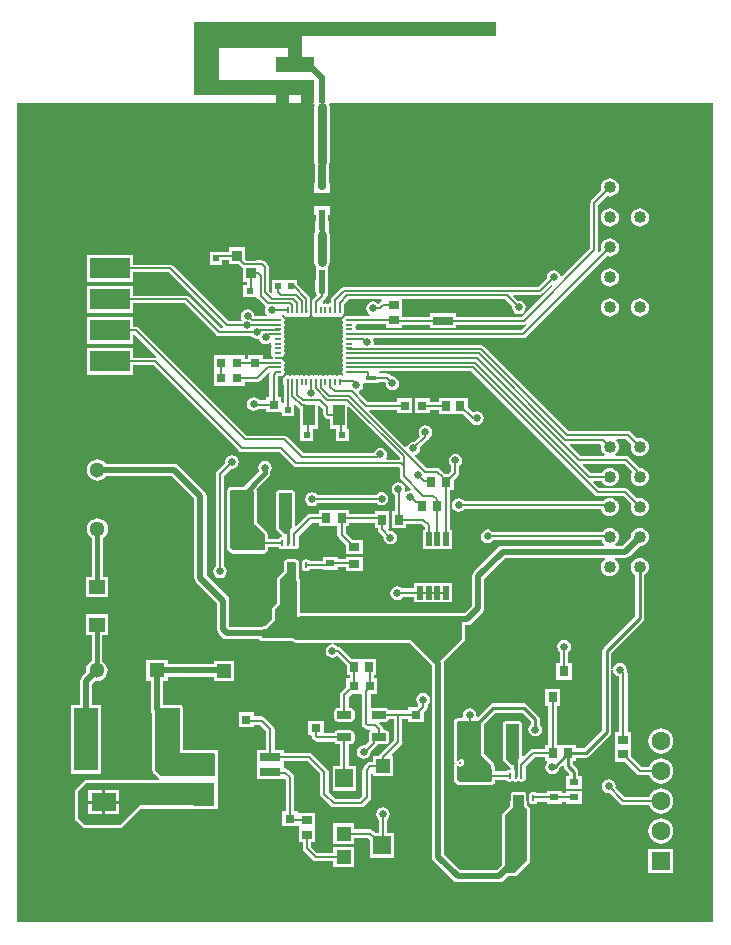
<source format=gtl>
G04*
G04 #@! TF.GenerationSoftware,Altium Limited,Altium Designer,19.1.8 (144)*
G04*
G04 Layer_Physical_Order=1*
G04 Layer_Color=255*
%FSLAX25Y25*%
%MOIN*%
G70*
G01*
G75*
%ADD15C,0.00600*%
%ADD17C,0.01000*%
%ADD18C,0.00800*%
%ADD20R,0.13386X0.07087*%
%ADD21R,0.03347X0.03740*%
%ADD22R,0.05512X0.04724*%
G04:AMPARAMS|DCode=23|XSize=9.84mil|YSize=19.68mil|CornerRadius=1.97mil|HoleSize=0mil|Usage=FLASHONLY|Rotation=180.000|XOffset=0mil|YOffset=0mil|HoleType=Round|Shape=RoundedRectangle|*
%AMROUNDEDRECTD23*
21,1,0.00984,0.01575,0,0,180.0*
21,1,0.00591,0.01968,0,0,180.0*
1,1,0.00394,-0.00295,0.00787*
1,1,0.00394,0.00295,0.00787*
1,1,0.00394,0.00295,-0.00787*
1,1,0.00394,-0.00295,-0.00787*
%
%ADD23ROUNDEDRECTD23*%
%ADD24O,0.00787X0.02559*%
%ADD25O,0.02559X0.00787*%
%ADD26R,0.18504X0.18504*%
%ADD27R,0.02953X0.03150*%
%ADD28R,0.01968X0.02284*%
%ADD29R,0.01968X0.02559*%
%ADD30R,0.02362X0.01968*%
%ADD31R,0.03347X0.02953*%
%ADD32R,0.02756X0.03347*%
%ADD33R,0.03347X0.02756*%
%ADD34R,0.03150X0.02362*%
%ADD35R,0.02756X0.03543*%
%ADD36R,0.03543X0.02756*%
%ADD37R,0.01968X0.02362*%
%ADD38R,0.02953X0.03150*%
%ADD39R,0.03150X0.02953*%
%ADD40R,0.06693X0.03150*%
%ADD41R,0.01968X0.04528*%
%ADD42R,0.02953X0.03347*%
%ADD43R,0.03150X0.03543*%
%ADD44R,0.03150X0.03150*%
%ADD45R,0.03347X0.01772*%
%ADD46R,0.03937X0.07087*%
%ADD47R,0.05315X0.04134*%
%ADD48R,0.03740X0.10630*%
%ADD49R,0.05512X0.10630*%
%ADD50R,0.07874X0.20866*%
G04:AMPARAMS|DCode=51|XSize=25.59mil|YSize=47.24mil|CornerRadius=1.92mil|HoleSize=0mil|Usage=FLASHONLY|Rotation=90.000|XOffset=0mil|YOffset=0mil|HoleType=Round|Shape=RoundedRectangle|*
%AMROUNDEDRECTD51*
21,1,0.02559,0.04341,0,0,90.0*
21,1,0.02175,0.04724,0,0,90.0*
1,1,0.00384,0.02170,0.01088*
1,1,0.00384,0.02170,-0.01088*
1,1,0.00384,-0.02170,-0.01088*
1,1,0.00384,-0.02170,0.01088*
%
%ADD51ROUNDEDRECTD51*%
%ADD52R,0.04724X0.04724*%
%ADD53R,0.05906X0.06299*%
%ADD54R,0.04921X0.04803*%
%ADD55R,0.06890X0.02559*%
G04:AMPARAMS|DCode=104|XSize=33.07mil|YSize=94.49mil|CornerRadius=1.98mil|HoleSize=0mil|Usage=FLASHONLY|Rotation=90.000|XOffset=0mil|YOffset=0mil|HoleType=Round|Shape=RoundedRectangle|*
%AMROUNDEDRECTD104*
21,1,0.03307,0.09052,0,0,90.0*
21,1,0.02910,0.09449,0,0,90.0*
1,1,0.00397,0.04526,0.01455*
1,1,0.00397,0.04526,-0.01455*
1,1,0.00397,-0.04526,-0.01455*
1,1,0.00397,-0.04526,0.01455*
%
%ADD104ROUNDEDRECTD104*%
%ADD105R,0.01811X0.00394*%
%ADD106R,0.04173X0.00394*%
%ADD107C,0.01500*%
%ADD108C,0.02000*%
%ADD109C,0.03000*%
%ADD110C,0.02500*%
%ADD111C,0.04016*%
%ADD112C,0.12598*%
%ADD113R,0.05906X0.08268*%
%ADD114R,0.08268X0.05906*%
%ADD115C,0.06299*%
%ADD116R,0.06299X0.06299*%
%ADD117C,0.05118*%
%ADD118R,0.05118X0.05118*%
%ADD119C,0.02500*%
%ADD120C,0.02598*%
G36*
X161453Y297441D02*
X96886D01*
Y290354D01*
X100823D01*
Y287756D01*
X104405Y284173D01*
Y275000D01*
X102594D01*
Y283110D01*
X100114Y285591D01*
X88224D01*
Y290354D01*
X92161D01*
Y293504D01*
X69327D01*
Y282992D01*
X100823D01*
Y275000D01*
X100673D01*
X101070Y274500D01*
X100951Y273900D01*
Y255400D01*
X101145Y254425D01*
X101295Y254200D01*
X101206Y253751D01*
Y248376D01*
X100941D01*
X100941Y245227D01*
X106059D01*
X106059Y248376D01*
X105794D01*
Y253751D01*
X105726Y254092D01*
Y254232D01*
X105855Y254425D01*
X106049Y255400D01*
Y273900D01*
X105930Y274500D01*
X106327Y275000D01*
X234000D01*
Y2000D01*
X2000D01*
Y275000D01*
X88224D01*
Y277913D01*
X60744D01*
Y302205D01*
X161453D01*
Y297441D01*
D02*
G37*
%LPC*%
G36*
X96610Y277913D02*
X92437D01*
Y275000D01*
X96610D01*
Y277913D01*
D02*
G37*
G36*
X199500Y250034D02*
X198715Y249931D01*
X197983Y249627D01*
X197355Y249145D01*
X196873Y248517D01*
X196570Y247785D01*
X196466Y247000D01*
X196570Y246215D01*
X196649Y246023D01*
X193363Y242737D01*
X193075Y242307D01*
X192974Y241800D01*
Y226749D01*
X183475Y217249D01*
X182948Y217430D01*
X182819Y218078D01*
X182322Y218822D01*
X181578Y219320D01*
X180700Y219494D01*
X179822Y219320D01*
X179078Y218822D01*
X178580Y218078D01*
X178406Y217200D01*
X178475Y216850D01*
X175551Y213926D01*
X111000D01*
X110493Y213825D01*
X110063Y213537D01*
X106884Y210359D01*
X106597Y209928D01*
X106496Y209421D01*
Y208587D01*
X106226Y208365D01*
X105682Y208257D01*
X105438Y208094D01*
X105195Y208257D01*
X104651Y208365D01*
X104107Y208257D01*
X103892Y208378D01*
X103795Y208976D01*
X104509Y209691D01*
X104509Y209691D01*
X104819Y210154D01*
X104910Y210613D01*
X104977Y210658D01*
X105419Y211320D01*
X105575Y212100D01*
Y212139D01*
X105646D01*
Y216108D01*
X105575D01*
Y218270D01*
X105520Y218546D01*
Y220733D01*
X105855Y221235D01*
X106049Y222210D01*
Y231200D01*
X105855Y232175D01*
X105713Y232388D01*
Y235784D01*
X105539D01*
Y237747D01*
X106059D01*
X106059Y240896D01*
X100941D01*
X100941Y237747D01*
X101461D01*
Y235784D01*
X101350D01*
Y232483D01*
X101145Y232175D01*
X100951Y231200D01*
Y222210D01*
X101145Y221235D01*
X101551Y220627D01*
Y218546D01*
X101496Y218270D01*
Y216108D01*
X101284D01*
Y212139D01*
X101496D01*
Y212100D01*
X101652Y211320D01*
X101831Y211050D01*
X100513Y209731D01*
X100203Y209268D01*
X100162Y209061D01*
X99662Y209110D01*
Y209963D01*
X99561Y210471D01*
X99274Y210901D01*
X95219Y214956D01*
Y216317D01*
X91383D01*
X91250Y216317D01*
Y216317D01*
X90884Y216313D01*
Y216313D01*
X86916D01*
Y212388D01*
X86916Y212166D01*
X86416Y211959D01*
X85725Y212649D01*
Y220500D01*
X85625Y221007D01*
X85337Y221437D01*
X84437Y222337D01*
X84007Y222625D01*
X83500Y222726D01*
X78149D01*
X77984Y222891D01*
X77969Y222967D01*
Y227083D01*
X72622D01*
Y225538D01*
X70184D01*
Y225550D01*
X66216D01*
Y221187D01*
X70184D01*
Y222887D01*
X72622D01*
Y221342D01*
X75783D01*
X76663Y220463D01*
X77093Y220175D01*
X77150Y220164D01*
Y215634D01*
X78575D01*
Y214484D01*
X77227D01*
Y210516D01*
X81589D01*
X81989Y210273D01*
X82263Y209863D01*
X84463Y207663D01*
X84560Y207598D01*
X84721Y206939D01*
X84681Y206878D01*
X84506Y206000D01*
X84681Y205122D01*
X85036Y204591D01*
X84776Y204091D01*
X81002D01*
X80994Y204100D01*
X80819Y204978D01*
X80322Y205722D01*
X79578Y206220D01*
X78700Y206394D01*
X77822Y206220D01*
X77078Y205722D01*
X76581Y204978D01*
X76406Y204100D01*
X76581Y203222D01*
X76871Y202788D01*
X76595Y202326D01*
X72549D01*
X53937Y220937D01*
X53507Y221225D01*
X53000Y221325D01*
X40693D01*
Y224543D01*
X25307D01*
Y215457D01*
X40693D01*
Y218674D01*
X52451D01*
X70538Y200587D01*
X70347Y200126D01*
X69749D01*
X59271Y210604D01*
X58841Y210891D01*
X58333Y210992D01*
X40693D01*
Y214210D01*
X25307D01*
Y205123D01*
X40693D01*
Y208341D01*
X57784D01*
X68263Y197863D01*
X68693Y197575D01*
X69200Y197475D01*
X79980D01*
X80178Y197178D01*
X80922Y196680D01*
X81800Y196506D01*
X82497Y196644D01*
X82581Y196222D01*
X83078Y195478D01*
X83822Y194981D01*
X84700Y194806D01*
X85578Y194981D01*
X86061Y195303D01*
X86511Y195003D01*
X86498Y194936D01*
X86606Y194392D01*
X86769Y194149D01*
X86606Y193905D01*
X86498Y193361D01*
X86606Y192818D01*
X86769Y192574D01*
X86606Y192330D01*
X86498Y191787D01*
X86606Y191243D01*
X86914Y190782D01*
X87026Y190707D01*
X87083Y190068D01*
X86927Y189918D01*
X83875D01*
Y191119D01*
X78725D01*
Y189968D01*
X77776D01*
Y191175D01*
X72961D01*
X72824Y191175D01*
X72461D01*
X72324Y191175D01*
X67509D01*
Y186025D01*
X67509D01*
Y185975D01*
X67509D01*
Y180825D01*
X72324D01*
X72461Y180825D01*
X72824D01*
X72961Y180825D01*
X77776D01*
Y182074D01*
X81800D01*
X82307Y182175D01*
X82737Y182463D01*
X85580Y185305D01*
X86053Y185124D01*
X86075Y185094D01*
X85973Y184578D01*
X85973Y184578D01*
Y177076D01*
X84825D01*
Y176027D01*
X82686D01*
X82422Y176422D01*
X81678Y176919D01*
X80800Y177094D01*
X79922Y176919D01*
X79178Y176422D01*
X78681Y175678D01*
X78506Y174800D01*
X78681Y173922D01*
X79178Y173178D01*
X79922Y172680D01*
X80800Y172506D01*
X81678Y172680D01*
X82414Y173173D01*
X84825D01*
Y172124D01*
X89975Y172124D01*
X90116Y171682D01*
Y170719D01*
X94084D01*
Y174434D01*
X94584Y174641D01*
X95820Y173405D01*
X96232Y173130D01*
Y166982D01*
X96232Y166657D01*
X96232D01*
X96236Y166484D01*
X96236D01*
Y162516D01*
X100598D01*
Y166484D01*
X101027Y166657D01*
X102169D01*
Y174250D01*
X102668Y174457D01*
X103974Y173151D01*
Y171451D01*
X104075Y170944D01*
X104363Y170514D01*
X104714Y170163D01*
X105144Y169875D01*
X105651Y169774D01*
X106074D01*
Y166657D01*
X107745D01*
X108173Y166484D01*
Y162516D01*
X112535D01*
Y166484D01*
X112440D01*
X112011Y166657D01*
Y173761D01*
X112473Y173952D01*
X129375Y157051D01*
Y156325D01*
X125189D01*
X124921Y156825D01*
X125119Y157122D01*
X125294Y158000D01*
X125119Y158878D01*
X124622Y159622D01*
X123878Y160119D01*
X123000Y160294D01*
X122122Y160119D01*
X121378Y159622D01*
X120880Y158878D01*
X120771Y158326D01*
X97549D01*
X91937Y163937D01*
X91507Y164225D01*
X91000Y164325D01*
X78549D01*
X42604Y200271D01*
X42174Y200558D01*
X41667Y200659D01*
X40693D01*
Y203877D01*
X25307D01*
Y194790D01*
X40693D01*
Y197826D01*
X41193Y197933D01*
X48362Y190763D01*
X48116Y190302D01*
X48000Y190325D01*
X40693D01*
Y193543D01*
X25307D01*
Y184457D01*
X40693D01*
Y187674D01*
X47451D01*
X75891Y159234D01*
X76321Y158947D01*
X76828Y158846D01*
X89279D01*
X94063Y154063D01*
X94493Y153775D01*
X95000Y153674D01*
X129301D01*
X129375Y153601D01*
Y150700D01*
X129475Y150193D01*
X129763Y149763D01*
X133100Y146425D01*
X132837Y145982D01*
X132022Y145819D01*
X131614Y145547D01*
X131164Y145848D01*
X131294Y146500D01*
X131120Y147378D01*
X130622Y148122D01*
X129878Y148619D01*
X129000Y148794D01*
X128122Y148619D01*
X127378Y148122D01*
X126881Y147378D01*
X126706Y146500D01*
X126881Y145622D01*
X127378Y144878D01*
X127778Y144611D01*
Y139072D01*
X126725D01*
Y133528D01*
X131481D01*
Y134975D01*
X136651D01*
X137780Y133846D01*
Y132969D01*
X137121D01*
Y126442D01*
X146798D01*
Y132969D01*
X146139D01*
Y146127D01*
X147395D01*
Y149402D01*
X148937Y150945D01*
X149225Y151375D01*
X149326Y151882D01*
Y154180D01*
X149622Y154378D01*
X150119Y155122D01*
X150294Y156000D01*
X150119Y156878D01*
X149622Y157622D01*
X148878Y158119D01*
X148000Y158294D01*
X147122Y158119D01*
X146378Y157622D01*
X145880Y156878D01*
X145706Y156000D01*
X145880Y155122D01*
X146378Y154378D01*
X146675Y154180D01*
Y152431D01*
X145717Y151473D01*
X144601D01*
X142937Y153137D01*
X142507Y153425D01*
X142000Y153525D01*
X138349D01*
X134516Y157359D01*
X134661Y157837D01*
X134878Y157880D01*
X135622Y158378D01*
X136119Y159122D01*
X136294Y160000D01*
X136224Y160350D01*
X138767Y162892D01*
X139054Y163322D01*
X139095Y163525D01*
X139622Y163878D01*
X140120Y164622D01*
X140294Y165500D01*
X140120Y166378D01*
X139622Y167122D01*
X138878Y167620D01*
X138000Y167794D01*
X137122Y167620D01*
X136378Y167122D01*
X135880Y166378D01*
X135706Y165500D01*
X135880Y164622D01*
X136228Y164102D01*
X134350Y162224D01*
X134000Y162294D01*
X133122Y162119D01*
X132378Y161622D01*
X131880Y160878D01*
X131837Y160661D01*
X131359Y160516D01*
X119362Y172513D01*
X119553Y172975D01*
X128542D01*
Y171695D01*
X133691D01*
Y176844D01*
X128542D01*
Y175626D01*
X118749D01*
X115784Y178591D01*
X115952Y179130D01*
X116622Y179578D01*
X117120Y180322D01*
X117294Y181200D01*
X117258Y181380D01*
X117575Y181767D01*
X122373D01*
Y182225D01*
X124394D01*
X124734Y181840D01*
X124706Y181700D01*
X124881Y180822D01*
X125378Y180078D01*
X126122Y179580D01*
X127000Y179406D01*
X127878Y179580D01*
X128622Y180078D01*
X129120Y180822D01*
X129294Y181700D01*
X129120Y182578D01*
X128622Y183322D01*
X127878Y183819D01*
X127000Y183994D01*
X126770Y183948D01*
X126057Y184662D01*
X125593Y184971D01*
X125047Y185080D01*
X125047Y185080D01*
X122577D01*
X122539Y185304D01*
X122967Y185692D01*
X153234D01*
X194463Y144463D01*
X194893Y144175D01*
X195400Y144074D01*
X204051D01*
X206649Y141477D01*
X206570Y141285D01*
X206466Y140500D01*
X206570Y139715D01*
X206873Y138983D01*
X207355Y138355D01*
X207983Y137873D01*
X208715Y137570D01*
X209500Y137466D01*
X210285Y137570D01*
X211017Y137873D01*
X211645Y138355D01*
X212127Y138983D01*
X212431Y139715D01*
X212534Y140500D01*
X212431Y141285D01*
X212127Y142017D01*
X211645Y142645D01*
X211017Y143127D01*
X210285Y143430D01*
X209500Y143534D01*
X208715Y143430D01*
X208523Y143351D01*
X205537Y146337D01*
X205107Y146625D01*
X204600Y146725D01*
X195949D01*
X193962Y148713D01*
X194153Y149174D01*
X196793D01*
X196873Y148983D01*
X197355Y148355D01*
X197983Y147873D01*
X198715Y147570D01*
X199500Y147466D01*
X200285Y147570D01*
X201017Y147873D01*
X201645Y148355D01*
X202127Y148983D01*
X202430Y149715D01*
X202534Y150500D01*
X202430Y151285D01*
X202127Y152017D01*
X201645Y152645D01*
X201017Y153127D01*
X200285Y153430D01*
X199500Y153534D01*
X198715Y153430D01*
X197983Y153127D01*
X197355Y152645D01*
X196873Y152017D01*
X196793Y151825D01*
X193076D01*
X190489Y154413D01*
X190680Y154875D01*
X204451D01*
X207062Y152264D01*
X206873Y152017D01*
X206570Y151285D01*
X206466Y150500D01*
X206570Y149715D01*
X206873Y148983D01*
X207355Y148355D01*
X207983Y147873D01*
X208715Y147570D01*
X209500Y147466D01*
X210285Y147570D01*
X211017Y147873D01*
X211645Y148355D01*
X212127Y148983D01*
X212431Y149715D01*
X212534Y150500D01*
X212431Y151285D01*
X212127Y152017D01*
X211645Y152645D01*
X211017Y153127D01*
X210285Y153430D01*
X209547Y153528D01*
X205937Y157137D01*
X205507Y157425D01*
X205000Y157526D01*
X201386D01*
X201216Y158026D01*
X201645Y158355D01*
X202127Y158983D01*
X202430Y159715D01*
X202534Y160500D01*
X202430Y161285D01*
X202127Y162017D01*
X201645Y162645D01*
X201542Y162724D01*
X201712Y163224D01*
X204901D01*
X206649Y161477D01*
X206570Y161285D01*
X206466Y160500D01*
X206570Y159715D01*
X206873Y158983D01*
X207355Y158355D01*
X207983Y157873D01*
X208715Y157570D01*
X209500Y157466D01*
X210285Y157570D01*
X211017Y157873D01*
X211645Y158355D01*
X212127Y158983D01*
X212431Y159715D01*
X212534Y160500D01*
X212431Y161285D01*
X212127Y162017D01*
X211645Y162645D01*
X211017Y163127D01*
X210285Y163430D01*
X209500Y163534D01*
X208715Y163430D01*
X208523Y163351D01*
X206387Y165487D01*
X205957Y165775D01*
X205450Y165875D01*
X185707D01*
X157329Y194254D01*
X156899Y194541D01*
X156392Y194642D01*
X121018D01*
X120700Y195028D01*
X120794Y195500D01*
X120652Y196215D01*
X120949Y196715D01*
X170541D01*
X171048Y196816D01*
X171478Y197104D01*
X198523Y224149D01*
X198715Y224069D01*
X199500Y223966D01*
X200285Y224069D01*
X201017Y224373D01*
X201645Y224855D01*
X202127Y225483D01*
X202430Y226215D01*
X202534Y227000D01*
X202430Y227785D01*
X202127Y228517D01*
X201645Y229145D01*
X201017Y229627D01*
X200285Y229930D01*
X199500Y230034D01*
X198715Y229930D01*
X197983Y229627D01*
X197355Y229145D01*
X196873Y228517D01*
X196570Y227785D01*
X196466Y227000D01*
X196570Y226215D01*
X196649Y226023D01*
X195739Y225113D01*
X195350Y225432D01*
X195525Y225693D01*
X195625Y226200D01*
Y241251D01*
X198523Y244149D01*
X198715Y244070D01*
X199500Y243966D01*
X200285Y244070D01*
X201017Y244373D01*
X201645Y244855D01*
X202127Y245483D01*
X202430Y246215D01*
X202534Y247000D01*
X202430Y247785D01*
X202127Y248517D01*
X201645Y249145D01*
X201017Y249627D01*
X200285Y249931D01*
X199500Y250034D01*
D02*
G37*
G36*
X209500Y240034D02*
X208715Y239931D01*
X207983Y239627D01*
X207355Y239145D01*
X206873Y238517D01*
X206570Y237785D01*
X206466Y237000D01*
X206570Y236215D01*
X206873Y235483D01*
X207355Y234855D01*
X207983Y234373D01*
X208715Y234069D01*
X209500Y233966D01*
X210285Y234069D01*
X211017Y234373D01*
X211645Y234855D01*
X212127Y235483D01*
X212431Y236215D01*
X212534Y237000D01*
X212431Y237785D01*
X212127Y238517D01*
X211645Y239145D01*
X211017Y239627D01*
X210285Y239931D01*
X209500Y240034D01*
D02*
G37*
G36*
X199500D02*
X198715Y239931D01*
X197983Y239627D01*
X197355Y239145D01*
X196873Y238517D01*
X196570Y237785D01*
X196466Y237000D01*
X196570Y236215D01*
X196873Y235483D01*
X197355Y234855D01*
X197983Y234373D01*
X198715Y234069D01*
X199500Y233966D01*
X200285Y234069D01*
X201017Y234373D01*
X201645Y234855D01*
X202127Y235483D01*
X202430Y236215D01*
X202534Y237000D01*
X202430Y237785D01*
X202127Y238517D01*
X201645Y239145D01*
X201017Y239627D01*
X200285Y239931D01*
X199500Y240034D01*
D02*
G37*
G36*
Y220034D02*
X198715Y219931D01*
X197983Y219627D01*
X197355Y219145D01*
X196873Y218517D01*
X196570Y217785D01*
X196466Y217000D01*
X196570Y216215D01*
X196873Y215483D01*
X197355Y214855D01*
X197983Y214373D01*
X198715Y214070D01*
X199500Y213966D01*
X200285Y214070D01*
X201017Y214373D01*
X201645Y214855D01*
X202127Y215483D01*
X202430Y216215D01*
X202534Y217000D01*
X202430Y217785D01*
X202127Y218517D01*
X201645Y219145D01*
X201017Y219627D01*
X200285Y219931D01*
X199500Y220034D01*
D02*
G37*
G36*
X209500Y210034D02*
X208715Y209930D01*
X207983Y209627D01*
X207355Y209145D01*
X206873Y208517D01*
X206570Y207785D01*
X206466Y207000D01*
X206570Y206215D01*
X206873Y205483D01*
X207355Y204855D01*
X207983Y204373D01*
X208715Y204070D01*
X209500Y203966D01*
X210285Y204070D01*
X211017Y204373D01*
X211645Y204855D01*
X212127Y205483D01*
X212431Y206215D01*
X212534Y207000D01*
X212431Y207785D01*
X212127Y208517D01*
X211645Y209145D01*
X211017Y209627D01*
X210285Y209930D01*
X209500Y210034D01*
D02*
G37*
G36*
X199500D02*
X198715Y209930D01*
X197983Y209627D01*
X197355Y209145D01*
X196873Y208517D01*
X196570Y207785D01*
X196466Y207000D01*
X196570Y206215D01*
X196873Y205483D01*
X197355Y204855D01*
X197983Y204373D01*
X198715Y204070D01*
X199500Y203966D01*
X200285Y204070D01*
X201017Y204373D01*
X201645Y204855D01*
X202127Y205483D01*
X202430Y206215D01*
X202534Y207000D01*
X202430Y207785D01*
X202127Y208517D01*
X201645Y209145D01*
X201017Y209627D01*
X200285Y209930D01*
X199500Y210034D01*
D02*
G37*
G36*
X147298Y176943D02*
X146798Y176943D01*
X142376D01*
Y175595D01*
X139597D01*
Y176844D01*
X134447D01*
Y171695D01*
X139597D01*
Y172944D01*
X142376D01*
Y171596D01*
X146798D01*
X147132Y171596D01*
X147632Y171596D01*
X150330D01*
X152836Y169091D01*
X152836Y169091D01*
X153256Y168810D01*
X153478Y168478D01*
X154222Y167981D01*
X155100Y167806D01*
X155978Y167981D01*
X156722Y168478D01*
X157220Y169222D01*
X157394Y170100D01*
X157220Y170978D01*
X156722Y171722D01*
X155978Y172220D01*
X155100Y172394D01*
X154222Y172220D01*
X153936Y172028D01*
X152053Y173910D01*
Y176943D01*
X147632D01*
X147298Y176943D01*
D02*
G37*
G36*
X73500Y157794D02*
X72622Y157620D01*
X71878Y157122D01*
X71381Y156378D01*
X71206Y155500D01*
X71276Y155150D01*
X68563Y152437D01*
X68275Y152007D01*
X68174Y151500D01*
Y120820D01*
X67878Y120622D01*
X67381Y119878D01*
X67206Y119000D01*
X67381Y118122D01*
X67878Y117378D01*
X68622Y116881D01*
X69500Y116706D01*
X70378Y116881D01*
X71122Y117378D01*
X71619Y118122D01*
X71794Y119000D01*
X71619Y119878D01*
X71122Y120622D01*
X70825Y120820D01*
Y150951D01*
X73150Y153276D01*
X73500Y153206D01*
X74378Y153381D01*
X75122Y153878D01*
X75619Y154622D01*
X75794Y155500D01*
X75619Y156378D01*
X75122Y157122D01*
X74378Y157620D01*
X73500Y157794D01*
D02*
G37*
G36*
X123400Y145594D02*
X122522Y145420D01*
X121778Y144922D01*
X121446Y144425D01*
X102020D01*
X101822Y144722D01*
X101078Y145220D01*
X100200Y145394D01*
X99322Y145220D01*
X98578Y144722D01*
X98081Y143978D01*
X97906Y143100D01*
X98081Y142222D01*
X98578Y141478D01*
X99322Y140981D01*
X100200Y140806D01*
X101078Y140981D01*
X101822Y141478D01*
X102020Y141774D01*
X121713D01*
X121778Y141678D01*
X122522Y141181D01*
X123400Y141006D01*
X124278Y141181D01*
X125022Y141678D01*
X125520Y142422D01*
X125694Y143300D01*
X125520Y144178D01*
X125022Y144922D01*
X124278Y145420D01*
X123400Y145594D01*
D02*
G37*
G36*
X199500Y143534D02*
X198715Y143430D01*
X197983Y143127D01*
X197355Y142645D01*
X197263Y142525D01*
X150920D01*
X150722Y142822D01*
X149978Y143319D01*
X149100Y143494D01*
X148222Y143319D01*
X147478Y142822D01*
X146981Y142078D01*
X146806Y141200D01*
X146981Y140322D01*
X147478Y139578D01*
X148222Y139081D01*
X149100Y138906D01*
X149978Y139081D01*
X150722Y139578D01*
X150920Y139874D01*
X196548D01*
X196570Y139715D01*
X196873Y138983D01*
X197355Y138355D01*
X197983Y137873D01*
X198715Y137570D01*
X199500Y137466D01*
X200285Y137570D01*
X201017Y137873D01*
X201645Y138355D01*
X202127Y138983D01*
X202430Y139715D01*
X202534Y140500D01*
X202430Y141285D01*
X202127Y142017D01*
X201645Y142645D01*
X201017Y143127D01*
X200285Y143430D01*
X199500Y143534D01*
D02*
G37*
G36*
X84500Y155880D02*
X83622Y155706D01*
X82878Y155208D01*
X82381Y154464D01*
X82206Y153586D01*
X82381Y152708D01*
X82623Y152346D01*
X77596Y147320D01*
X73200D01*
X72810Y147242D01*
X72479Y147021D01*
X72079Y146621D01*
X71858Y146290D01*
X71780Y145900D01*
Y126900D01*
X71858Y126510D01*
X72079Y126179D01*
X72979Y125279D01*
X73310Y125058D01*
X73700Y124980D01*
X84100D01*
X84490Y125058D01*
X84821Y125279D01*
X85028Y125486D01*
X85357D01*
Y125988D01*
X85420Y126300D01*
Y127113D01*
X89056D01*
X89205Y126890D01*
X89601Y126625D01*
X90068Y126532D01*
X90658D01*
X91125Y126625D01*
X91347Y126774D01*
X91569Y126625D01*
X92036Y126532D01*
X92627D01*
X93094Y126625D01*
X93316Y126774D01*
X93538Y126625D01*
X94005Y126532D01*
X94595D01*
X95062Y126625D01*
X95458Y126890D01*
X95723Y127286D01*
X95816Y127753D01*
Y129327D01*
X95727Y129771D01*
Y130909D01*
X100091Y135273D01*
X102465D01*
Y134027D01*
X107083D01*
X107417Y134027D01*
X107917Y134027D01*
X108632D01*
Y131297D01*
X108632Y131297D01*
X108740Y130751D01*
X109050Y130288D01*
X111528Y127809D01*
Y124678D01*
X117072D01*
Y129434D01*
X113940D01*
X113938Y129437D01*
X113938Y129437D01*
X111486Y131888D01*
Y134027D01*
X112535D01*
Y135273D01*
X121213D01*
Y133528D01*
X122164D01*
Y133009D01*
X122164Y133009D01*
X122273Y132462D01*
X122582Y131999D01*
X124052Y130530D01*
X124006Y130300D01*
X124180Y129422D01*
X124678Y128678D01*
X125422Y128181D01*
X126300Y128006D01*
X127178Y128181D01*
X127922Y128678D01*
X128419Y129422D01*
X128594Y130300D01*
X128419Y131178D01*
X127922Y131922D01*
X127178Y132420D01*
X126300Y132594D01*
X126070Y132548D01*
X125552Y133066D01*
X125744Y133528D01*
X125969D01*
Y139072D01*
X121213D01*
Y138127D01*
X112535D01*
Y139373D01*
X107917D01*
X107583Y139373D01*
X107083Y139373D01*
X102465D01*
Y138127D01*
X99500D01*
X99500Y138127D01*
X98954Y138019D01*
X98491Y137709D01*
X95020Y134238D01*
X94520Y134445D01*
Y145200D01*
X94442Y145590D01*
X94221Y145921D01*
X93890Y146142D01*
X93500Y146220D01*
X89200D01*
X88810Y146142D01*
X88479Y145921D01*
X88379Y145821D01*
X88158Y145490D01*
X88080Y145100D01*
Y133600D01*
X88158Y133210D01*
X88379Y132879D01*
X90210Y131048D01*
X90109Y130693D01*
X90014Y130537D01*
X89601Y130455D01*
X89205Y130190D01*
X89056Y129968D01*
X85420D01*
Y131400D01*
X85342Y131790D01*
X85121Y132121D01*
X82021Y135221D01*
X81820Y135355D01*
Y145800D01*
X81742Y146190D01*
X81651Y146327D01*
X85762Y150438D01*
X85762Y150438D01*
X86149Y151017D01*
X86284Y151700D01*
X86284Y151700D01*
Y152207D01*
X86619Y152708D01*
X86794Y153586D01*
X86619Y154464D01*
X86122Y155208D01*
X85378Y155706D01*
X84500Y155880D01*
D02*
G37*
G36*
X28650Y156425D02*
X27721Y156302D01*
X26855Y155944D01*
X26112Y155373D01*
X25541Y154630D01*
X25183Y153764D01*
X25060Y152835D01*
X25183Y151906D01*
X25541Y151040D01*
X26112Y150297D01*
X26855Y149726D01*
X27721Y149368D01*
X28650Y149245D01*
X29579Y149368D01*
X30445Y149726D01*
X31188Y150297D01*
X31571Y150796D01*
X53420D01*
X60961Y143255D01*
Y116900D01*
X61116Y116120D01*
X61558Y115458D01*
X68561Y108455D01*
Y99672D01*
X68716Y98891D01*
X69158Y98230D01*
X70330Y97058D01*
X70330Y97058D01*
X70991Y96616D01*
X71772Y96461D01*
X82691D01*
X82879Y96179D01*
X83210Y95958D01*
X83600Y95880D01*
X93436D01*
X93458Y95858D01*
X94120Y95416D01*
X94900Y95261D01*
X106783D01*
X106833Y94761D01*
X106693Y94733D01*
X106122Y94619D01*
X105378Y94122D01*
X104880Y93378D01*
X104706Y92500D01*
X104880Y91622D01*
X105378Y90878D01*
X106122Y90381D01*
X107000Y90206D01*
X107878Y90381D01*
X108622Y90878D01*
X108681Y90884D01*
X111861Y87703D01*
Y84527D01*
X112812D01*
Y83475D01*
X111666D01*
Y80442D01*
X109984Y78760D01*
X109674Y78297D01*
X109565Y77750D01*
X109565Y77750D01*
Y73543D01*
X108823D01*
X108358Y73450D01*
X107963Y73187D01*
X107700Y72793D01*
X107607Y72328D01*
Y70153D01*
X107700Y69687D01*
X107963Y69293D01*
X108358Y69030D01*
X108823Y68937D01*
X113163D01*
X113628Y69030D01*
X114023Y69293D01*
X114286Y69687D01*
X114378Y70153D01*
Y72328D01*
X114286Y72793D01*
X114023Y73187D01*
X113628Y73450D01*
X113163Y73543D01*
X112420D01*
Y77159D01*
X113586Y78325D01*
X116373D01*
X116619Y78325D01*
X116873Y77930D01*
Y68169D01*
X116873Y68169D01*
X116981Y67622D01*
X117291Y67159D01*
X117759Y66691D01*
X117759Y66691D01*
X118222Y66381D01*
X118769Y66273D01*
X119524D01*
X119676Y65773D01*
X119578Y65707D01*
X119314Y65312D01*
X119221Y64847D01*
Y62672D01*
X119292Y62319D01*
X118008Y61036D01*
X117421Y61152D01*
X116543Y60978D01*
X115799Y60480D01*
X115302Y59736D01*
X115127Y58858D01*
X115302Y57980D01*
X115799Y57236D01*
X116543Y56739D01*
X117421Y56564D01*
X118299Y56739D01*
X119043Y57236D01*
X119541Y57980D01*
X119715Y58858D01*
X119693Y58971D01*
X121743Y61022D01*
X122031Y61452D01*
X122032Y61457D01*
X124777D01*
X125242Y61550D01*
X125637Y61813D01*
X125900Y62207D01*
X125993Y62672D01*
Y64847D01*
X125900Y65312D01*
X125637Y65707D01*
X125242Y65970D01*
X124777Y66063D01*
X124370D01*
X124035Y66393D01*
X123926Y66939D01*
X123616Y67402D01*
X122581Y68437D01*
X122789Y68937D01*
X124777D01*
X125242Y69030D01*
X125637Y69293D01*
X125900Y69687D01*
X125925Y69813D01*
X127510D01*
Y62698D01*
X122952Y58140D01*
X122643Y57677D01*
X122587Y57399D01*
X120424D01*
Y55464D01*
X119687D01*
X119687Y55464D01*
X119140Y55356D01*
X118677Y55046D01*
X118677Y55046D01*
X117396Y53765D01*
X117087Y53302D01*
X116978Y52756D01*
X116978Y52756D01*
Y44292D01*
X115944Y43258D01*
X107973D01*
X105758Y45473D01*
Y52165D01*
X105758Y52165D01*
X105649Y52712D01*
X105340Y53175D01*
X100305Y58209D01*
X99842Y58519D01*
X99296Y58627D01*
X99296Y58627D01*
X90768D01*
Y59479D01*
X87751D01*
Y66334D01*
X87751Y66334D01*
X87642Y66880D01*
X87333Y67343D01*
X87333Y67343D01*
X84376Y70301D01*
X83912Y70610D01*
X83366Y70719D01*
X83366Y70719D01*
X80823D01*
Y72161D01*
X75870D01*
Y67012D01*
X80823D01*
Y67864D01*
X82775D01*
X84896Y65743D01*
Y59479D01*
X81879D01*
Y54979D01*
X81879Y54921D01*
Y54479D01*
X81879Y54421D01*
Y49920D01*
X90768D01*
Y49920D01*
X90922Y49984D01*
X91387Y49638D01*
Y39091D01*
X90240D01*
Y34138D01*
X95390D01*
Y34138D01*
X95850Y34043D01*
Y33843D01*
X95850Y33342D01*
Y28921D01*
X97096D01*
Y26673D01*
X97096Y26673D01*
X97205Y26127D01*
X97514Y25664D01*
X100425Y22754D01*
X100425Y22754D01*
X100888Y22444D01*
X101434Y22336D01*
X101434Y22336D01*
X107351D01*
Y20401D01*
X114076D01*
Y27125D01*
X107351D01*
Y25190D01*
X102025D01*
X99951Y27264D01*
Y28921D01*
X101197D01*
Y33342D01*
X101197Y33677D01*
X101197Y34177D01*
Y38598D01*
X95850D01*
Y38598D01*
X95390Y38693D01*
Y39091D01*
X94242D01*
Y50492D01*
X94242Y50492D01*
X94134Y51038D01*
X93824Y51502D01*
X93824Y51502D01*
X92348Y52978D01*
X91885Y53287D01*
X91339Y53396D01*
X91338Y53396D01*
X90768D01*
Y54421D01*
X90768Y54479D01*
Y54921D01*
X90768Y54979D01*
Y55773D01*
X98705D01*
X102903Y51574D01*
Y44882D01*
X102903Y44882D01*
X103012Y44336D01*
X103321Y43872D01*
X106372Y40821D01*
X106372Y40821D01*
X106836Y40512D01*
X107382Y40403D01*
X107382Y40403D01*
X116535D01*
X116535Y40403D01*
X117082Y40512D01*
X117545Y40821D01*
X119415Y42691D01*
X119415Y42691D01*
X119724Y43154D01*
X119833Y43701D01*
Y51753D01*
X119924Y51814D01*
X120424Y51547D01*
Y50675D01*
X127149D01*
Y57399D01*
X126902D01*
X126711Y57861D01*
X129946Y61097D01*
X129946Y61097D01*
X130256Y61560D01*
X130365Y62106D01*
X130364Y62106D01*
Y69813D01*
X132225D01*
Y68781D01*
X137375D01*
Y71814D01*
X138309Y72748D01*
X138309Y72748D01*
X138619Y73211D01*
X138727Y73757D01*
X138727Y73757D01*
Y74548D01*
X138922Y74678D01*
X139419Y75422D01*
X139594Y76300D01*
X139419Y77178D01*
X138922Y77922D01*
X138178Y78419D01*
X137300Y78594D01*
X136422Y78419D01*
X135678Y77922D01*
X135180Y77178D01*
X135006Y76300D01*
X135180Y75422D01*
X135678Y74678D01*
X135646Y74122D01*
X135258Y73734D01*
X132225D01*
Y72668D01*
X129035D01*
X129035Y72668D01*
X129035Y72668D01*
X125925D01*
X125900Y72793D01*
X125637Y73187D01*
X125242Y73450D01*
X124777Y73543D01*
X120437D01*
X120227Y73501D01*
X119727Y73843D01*
Y78325D01*
X121934D01*
Y83475D01*
X120885D01*
Y84527D01*
X121539D01*
Y89873D01*
X117117D01*
X116783Y89873D01*
X116283Y89873D01*
X113441D01*
X109877Y93437D01*
X109447Y93725D01*
X108939Y93826D01*
X108820D01*
X108622Y94122D01*
X107878Y94619D01*
X107307Y94733D01*
X107167Y94761D01*
X107217Y95261D01*
X132655D01*
X140161Y87755D01*
Y23900D01*
X140316Y23120D01*
X140758Y22458D01*
X147258Y15958D01*
X147920Y15516D01*
X148700Y15361D01*
X162600D01*
X163380Y15516D01*
X164042Y15958D01*
X165564Y17480D01*
X167700D01*
X168090Y17558D01*
X168421Y17779D01*
X172721Y22079D01*
X172942Y22410D01*
X173020Y22800D01*
Y26100D01*
Y38000D01*
X172942Y38390D01*
X172820Y38573D01*
Y39800D01*
X172742Y40190D01*
X172521Y40521D01*
X171820Y41222D01*
Y44500D01*
X171742Y44890D01*
X171521Y45221D01*
X171190Y45442D01*
X170800Y45520D01*
X167200D01*
X166810Y45442D01*
X166479Y45221D01*
X166258Y44890D01*
X166180Y44500D01*
Y40822D01*
X164223Y38864D01*
X164110Y38842D01*
X163779Y38621D01*
X163558Y38290D01*
X163480Y37900D01*
Y26100D01*
Y21164D01*
X161755Y19439D01*
X149545D01*
X144239Y24745D01*
Y88600D01*
X144140Y89098D01*
X150821Y95779D01*
X151042Y96110D01*
X151120Y96500D01*
Y101161D01*
X152000D01*
X152780Y101316D01*
X153442Y101758D01*
X157042Y105358D01*
X157484Y106020D01*
X157639Y106800D01*
Y116655D01*
X164545Y123561D01*
X197763D01*
X197840Y123409D01*
X197896Y123061D01*
X197355Y122645D01*
X196873Y122017D01*
X196570Y121285D01*
X196466Y120500D01*
X196570Y119715D01*
X196873Y118983D01*
X197355Y118355D01*
X197983Y117873D01*
X198715Y117570D01*
X199500Y117466D01*
X200285Y117570D01*
X201017Y117873D01*
X201645Y118355D01*
X202127Y118983D01*
X202430Y119715D01*
X202534Y120500D01*
X202430Y121285D01*
X202127Y122017D01*
X201645Y122645D01*
X201104Y123061D01*
X201160Y123409D01*
X201237Y123561D01*
X204600D01*
X205380Y123716D01*
X206042Y124158D01*
X209367Y127484D01*
X209500Y127466D01*
X210285Y127570D01*
X211017Y127873D01*
X211645Y128355D01*
X212127Y128983D01*
X212431Y129715D01*
X212534Y130500D01*
X212431Y131285D01*
X212127Y132017D01*
X211645Y132645D01*
X211017Y133127D01*
X210285Y133430D01*
X209500Y133534D01*
X208715Y133430D01*
X207983Y133127D01*
X207355Y132645D01*
X206873Y132017D01*
X206570Y131285D01*
X206466Y130500D01*
X206484Y130368D01*
X203755Y127639D01*
X201534D01*
X201364Y128139D01*
X201645Y128355D01*
X202127Y128983D01*
X202430Y129715D01*
X202534Y130500D01*
X202430Y131285D01*
X202127Y132017D01*
X201645Y132645D01*
X201017Y133127D01*
X200285Y133430D01*
X199500Y133534D01*
X198715Y133430D01*
X197983Y133127D01*
X197355Y132645D01*
X196879Y132026D01*
X160520D01*
X160322Y132322D01*
X159578Y132819D01*
X158700Y132994D01*
X157822Y132819D01*
X157078Y132322D01*
X156580Y131578D01*
X156406Y130700D01*
X156580Y129822D01*
X157078Y129078D01*
X157822Y128580D01*
X158700Y128406D01*
X159578Y128580D01*
X160322Y129078D01*
X160520Y129375D01*
X196711D01*
X196873Y128983D01*
X197355Y128355D01*
X197636Y128139D01*
X197466Y127639D01*
X163700D01*
X162920Y127484D01*
X162258Y127042D01*
X154158Y118942D01*
X153716Y118280D01*
X153561Y117500D01*
Y107645D01*
X151155Y105239D01*
X150494D01*
X150490Y105242D01*
X150100Y105320D01*
X96320D01*
Y115400D01*
X96242Y115790D01*
X96056Y116069D01*
Y116615D01*
X95720D01*
Y119801D01*
X95723Y119805D01*
X95816Y120272D01*
Y121847D01*
X95723Y122314D01*
X95458Y122710D01*
X95062Y122975D01*
X94595Y123067D01*
X94005D01*
X93764Y123020D01*
X92868D01*
X92627Y123067D01*
X92036D01*
X91569Y122975D01*
X91567Y122973D01*
X91410Y122942D01*
X91079Y122721D01*
X90858Y122390D01*
X90780Y122000D01*
Y119222D01*
X88779Y117221D01*
X88558Y116890D01*
X88480Y116500D01*
Y108522D01*
X87179Y107221D01*
X86958Y106890D01*
X86880Y106500D01*
Y103222D01*
X84578Y100920D01*
X84100D01*
X83710Y100842D01*
X83379Y100621D01*
X83297Y100539D01*
X72639D01*
Y109300D01*
X72484Y110080D01*
X72042Y110742D01*
X65039Y117745D01*
Y144100D01*
X64884Y144880D01*
X64442Y145542D01*
X55707Y154277D01*
X55045Y154719D01*
X54265Y154874D01*
X31571D01*
X31188Y155373D01*
X30445Y155944D01*
X29579Y156302D01*
X28650Y156425D01*
D02*
G37*
G36*
X117072Y123922D02*
X111528D01*
Y123066D01*
X108875D01*
Y123922D01*
X103725D01*
Y122385D01*
X99612D01*
X99395Y122710D01*
X98999Y122975D01*
X98532Y123067D01*
X97942D01*
X97475Y122975D01*
X97079Y122710D01*
X96814Y122314D01*
X96721Y121847D01*
Y120272D01*
X96814Y119805D01*
X97079Y119410D01*
X97475Y119145D01*
X97942Y119052D01*
X98532D01*
X98999Y119145D01*
X99395Y119410D01*
X99612Y119734D01*
X103725D01*
Y119560D01*
X108875D01*
Y120415D01*
X111528D01*
Y119166D01*
X117072D01*
Y123922D01*
D02*
G37*
G36*
X146798Y115253D02*
X134266D01*
Y113416D01*
X130081D01*
X129478Y113820D01*
X128600Y113994D01*
X127722Y113820D01*
X126978Y113322D01*
X126480Y112578D01*
X126306Y111700D01*
X126480Y110822D01*
X126978Y110078D01*
X127722Y109581D01*
X128600Y109406D01*
X129478Y109581D01*
X130222Y110078D01*
X130545Y110562D01*
X134266D01*
Y108725D01*
X146798D01*
Y115253D01*
D02*
G37*
G36*
X28650Y136740D02*
X27721Y136617D01*
X26855Y136259D01*
X26112Y135688D01*
X25541Y134945D01*
X25183Y134079D01*
X25060Y133150D01*
X25183Y132221D01*
X25541Y131355D01*
X26112Y130612D01*
X26855Y130041D01*
X26866Y130037D01*
Y117063D01*
X24744D01*
Y110339D01*
X32256D01*
Y117063D01*
X30434D01*
Y130037D01*
X30445Y130041D01*
X31188Y130612D01*
X31759Y131355D01*
X32117Y132221D01*
X32240Y133150D01*
X32117Y134079D01*
X31759Y134945D01*
X31188Y135688D01*
X30445Y136259D01*
X29579Y136617D01*
X28650Y136740D01*
D02*
G37*
G36*
X184300Y96194D02*
X183422Y96019D01*
X182678Y95522D01*
X182181Y94778D01*
X182006Y93900D01*
X182181Y93022D01*
X182678Y92278D01*
X182975Y92080D01*
Y88502D01*
X181565D01*
Y82959D01*
X186715D01*
Y88502D01*
X185626D01*
Y92080D01*
X185922Y92278D01*
X186419Y93022D01*
X186594Y93900D01*
X186419Y94778D01*
X185922Y95522D01*
X185178Y96019D01*
X184300Y96194D01*
D02*
G37*
G36*
X32256Y104661D02*
X24744D01*
Y97937D01*
X26716D01*
Y89130D01*
X26666Y89109D01*
X25922Y88538D01*
X25352Y87795D01*
X24993Y86929D01*
X24871Y86000D01*
X24953Y85376D01*
X23475Y83899D01*
X23033Y83237D01*
X22878Y82457D01*
Y74433D01*
X19980D01*
Y51567D01*
X29854D01*
Y74433D01*
X26956D01*
Y81612D01*
X27837Y82492D01*
X28461Y82410D01*
X29390Y82533D01*
X30255Y82891D01*
X30999Y83462D01*
X31569Y84205D01*
X31928Y85071D01*
X32050Y86000D01*
X31928Y86929D01*
X31569Y87795D01*
X30999Y88538D01*
X30284Y89087D01*
Y97937D01*
X32256D01*
Y104661D01*
D02*
G37*
G36*
X52098Y89559D02*
X44980D01*
Y82441D01*
X46500D01*
Y73039D01*
X46655Y72259D01*
X46980Y71773D01*
Y52700D01*
X47058Y52310D01*
X47146Y52179D01*
Y51567D01*
X47691D01*
X49079Y50179D01*
X49318Y50020D01*
X49253Y49565D01*
X49235Y49520D01*
X25000D01*
X24610Y49442D01*
X24279Y49221D01*
X21579Y46521D01*
X21358Y46190D01*
X21280Y45800D01*
Y36600D01*
X21358Y36210D01*
X21579Y35879D01*
X23779Y33679D01*
X24110Y33458D01*
X24500Y33380D01*
X36100D01*
X36490Y33458D01*
X36821Y33679D01*
X43122Y39980D01*
X59832D01*
Y39920D01*
X68721D01*
Y44420D01*
X68721Y44480D01*
X68721D01*
Y44921D01*
X68721D01*
Y49420D01*
X68721Y49479D01*
Y49920D01*
X68721Y49979D01*
Y54421D01*
X68721Y54479D01*
X68721Y54479D01*
X68721Y54921D01*
X68721Y54921D01*
X68721Y54979D01*
Y59479D01*
X67801D01*
X67600Y59520D01*
X57220D01*
Y73500D01*
X57142Y73890D01*
X57020Y74073D01*
Y74433D01*
X56603D01*
X56590Y74442D01*
X56200Y74520D01*
X50579D01*
Y82441D01*
X52098D01*
Y83961D01*
X67432D01*
Y82398D01*
X74353D01*
Y89202D01*
X67432D01*
Y88039D01*
X52098D01*
Y89559D01*
D02*
G37*
G36*
X216500Y66685D02*
X215417Y66543D01*
X214407Y66125D01*
X213541Y65460D01*
X212875Y64593D01*
X212457Y63583D01*
X212315Y62500D01*
X212457Y61417D01*
X212875Y60407D01*
X213541Y59540D01*
X214407Y58875D01*
X215417Y58457D01*
X216500Y58315D01*
X217583Y58457D01*
X218593Y58875D01*
X219460Y59540D01*
X220125Y60407D01*
X220543Y61417D01*
X220685Y62500D01*
X220543Y63583D01*
X220125Y64593D01*
X219460Y65460D01*
X218593Y66125D01*
X217583Y66543D01*
X216500Y66685D01*
D02*
G37*
G36*
X209500Y123534D02*
X208715Y123430D01*
X207983Y123127D01*
X207355Y122645D01*
X206873Y122017D01*
X206570Y121285D01*
X206466Y120500D01*
X206570Y119715D01*
X206873Y118983D01*
X207355Y118355D01*
X207971Y117882D01*
Y104133D01*
X197419Y93581D01*
X197087Y93085D01*
X196971Y92500D01*
Y66133D01*
X190866Y60029D01*
X188094D01*
Y61173D01*
X183476D01*
X183142Y61173D01*
Y61173D01*
X182976D01*
Y61173D01*
X181827D01*
Y74298D01*
X182975D01*
Y79841D01*
X177825D01*
Y74298D01*
X178973D01*
Y61173D01*
X178024D01*
Y59927D01*
X174000D01*
X173454Y59819D01*
X172991Y59509D01*
X172991Y59509D01*
X170720Y57238D01*
X170220Y57445D01*
Y68100D01*
X170142Y68490D01*
X169921Y68821D01*
X169590Y69042D01*
X169200Y69120D01*
X164900D01*
X164510Y69042D01*
X164179Y68821D01*
X164173Y68815D01*
X164028D01*
Y68644D01*
X163858Y68390D01*
X163780Y68000D01*
Y56500D01*
X163858Y56110D01*
X164079Y55779D01*
X166079Y53779D01*
X166410Y53558D01*
X166427Y53555D01*
X166432Y53457D01*
X165981Y52988D01*
X165768D01*
X165301Y52895D01*
X164905Y52631D01*
X164756Y52408D01*
X161258D01*
Y54320D01*
X161016D01*
X160942Y54690D01*
X160721Y55021D01*
X157621Y58121D01*
X157420Y58255D01*
Y68257D01*
X161134Y71971D01*
X170266D01*
X173071Y69166D01*
Y67984D01*
X172978Y67922D01*
X172480Y67178D01*
X172306Y66300D01*
X172480Y65422D01*
X172978Y64678D01*
X173722Y64181D01*
X174600Y64006D01*
X175478Y64181D01*
X176222Y64678D01*
X176719Y65422D01*
X176894Y66300D01*
X176719Y67178D01*
X176222Y67922D01*
X176129Y67984D01*
Y69800D01*
X176013Y70385D01*
X175681Y70881D01*
X171981Y74581D01*
X171485Y74913D01*
X170900Y75029D01*
X160500D01*
X159915Y74913D01*
X159419Y74581D01*
X155371Y70534D01*
X154911Y70781D01*
X154994Y71200D01*
X154820Y72078D01*
X154322Y72822D01*
X153578Y73319D01*
X152700Y73494D01*
X151822Y73319D01*
X151078Y72822D01*
X150581Y72078D01*
X150406Y71200D01*
X150502Y70720D01*
X150093Y70220D01*
X148800D01*
X148410Y70142D01*
X148079Y69921D01*
X147679Y69521D01*
X147458Y69190D01*
X147380Y68800D01*
Y56023D01*
X147392Y55967D01*
X147387Y55909D01*
X147430Y55773D01*
X147458Y55633D01*
X147490Y55585D01*
X147508Y55530D01*
X147600Y55421D01*
X147671Y55314D01*
X147681Y55297D01*
X147722Y55189D01*
X147748Y55020D01*
X147682Y54700D01*
X147681Y54699D01*
X147679Y54698D01*
X147600Y54579D01*
X147508Y54470D01*
X147490Y54415D01*
X147458Y54367D01*
X147430Y54227D01*
X147387Y54091D01*
X147392Y54033D01*
X147380Y53977D01*
Y49800D01*
X147458Y49410D01*
X147679Y49079D01*
X148579Y48179D01*
X148910Y47958D01*
X149300Y47880D01*
X159700D01*
X160090Y47958D01*
X160421Y48179D01*
X160428Y48186D01*
X161258D01*
Y49553D01*
X164756D01*
X164905Y49330D01*
X165301Y49066D01*
X165768Y48973D01*
X166358D01*
X166825Y49066D01*
X167047Y49214D01*
X167269Y49066D01*
X167736Y48973D01*
X168327D01*
X168794Y49066D01*
X169016Y49214D01*
X169238Y49066D01*
X169705Y48973D01*
X170295D01*
X170762Y49066D01*
X171158Y49330D01*
X171423Y49726D01*
X171516Y50193D01*
Y51768D01*
X171427Y52211D01*
Y53909D01*
X174591Y57073D01*
X178024D01*
Y55827D01*
X178533D01*
X178685Y55327D01*
X178678Y55322D01*
X178181Y54578D01*
X178006Y53700D01*
X178181Y52822D01*
X178678Y52078D01*
X179422Y51581D01*
X180300Y51406D01*
X181178Y51581D01*
X181922Y52078D01*
X182420Y52822D01*
X182498Y53217D01*
X183609Y54328D01*
X183890Y54211D01*
X184073Y54085D01*
X184187Y53515D01*
X184519Y53019D01*
X185971Y51566D01*
Y50984D01*
X184925D01*
Y46622D01*
X190075D01*
Y50984D01*
X189029D01*
Y52200D01*
X188913Y52785D01*
X188581Y53281D01*
X187129Y54734D01*
Y55827D01*
X188094D01*
Y56971D01*
X191500D01*
X192085Y57087D01*
X192581Y57419D01*
X199581Y64419D01*
X199913Y64915D01*
X200029Y65500D01*
Y86133D01*
X200529Y86182D01*
X200576Y85949D01*
X200680Y85422D01*
X201178Y84678D01*
X201922Y84181D01*
X202573Y84051D01*
Y65437D01*
X201327D01*
Y60484D01*
Y55563D01*
X204458D01*
X208530Y51491D01*
X208530Y51491D01*
X208993Y51181D01*
X209539Y51073D01*
X212600D01*
X212875Y50407D01*
X213541Y49540D01*
X214407Y48875D01*
X215417Y48457D01*
X216500Y48315D01*
X217583Y48457D01*
X218593Y48875D01*
X219460Y49540D01*
X220125Y50407D01*
X220543Y51417D01*
X220685Y52500D01*
X220543Y53583D01*
X220125Y54593D01*
X219460Y55459D01*
X218593Y56125D01*
X217583Y56543D01*
X216500Y56685D01*
X215417Y56543D01*
X214407Y56125D01*
X213541Y55459D01*
X212875Y54593D01*
X212600Y53927D01*
X210131D01*
X206673Y57385D01*
Y60484D01*
Y65437D01*
X205427D01*
Y85100D01*
X205427Y85100D01*
X205319Y85646D01*
X205045Y86055D01*
X205094Y86300D01*
X204920Y87178D01*
X204422Y87922D01*
X203678Y88419D01*
X202800Y88594D01*
X201922Y88419D01*
X201178Y87922D01*
X200680Y87178D01*
X200576Y86651D01*
X200529Y86418D01*
X200029Y86467D01*
Y91866D01*
X210581Y102419D01*
X210913Y102915D01*
X211029Y103500D01*
Y117882D01*
X211645Y118355D01*
X212127Y118983D01*
X212431Y119715D01*
X212504Y120270D01*
X212529Y120400D01*
X212524Y120426D01*
X212534Y120500D01*
X212431Y121285D01*
X212127Y122017D01*
X211645Y122645D01*
X211017Y123127D01*
X210285Y123430D01*
X209500Y123534D01*
D02*
G37*
G36*
X104075Y69319D02*
X98925D01*
Y64366D01*
X99628D01*
X100073Y64200D01*
X100181Y63654D01*
X100491Y63191D01*
X100991Y62691D01*
X100991Y62691D01*
X101454Y62381D01*
X102000Y62273D01*
X102000Y62273D01*
X107687D01*
X107700Y62207D01*
X107963Y61813D01*
X108358Y61550D01*
X108823Y61457D01*
X109564D01*
Y54250D01*
X107039D01*
Y45950D01*
X114944D01*
Y54250D01*
X112419D01*
Y61457D01*
X113163D01*
X113628Y61550D01*
X114023Y61813D01*
X114286Y62207D01*
X114378Y62672D01*
Y64847D01*
X114286Y65312D01*
X114023Y65707D01*
X113628Y65970D01*
X113163Y66063D01*
X108823D01*
X108358Y65970D01*
X107963Y65707D01*
X107700Y65312D01*
X107663Y65127D01*
X104075D01*
Y69319D01*
D02*
G37*
G36*
X190075Y45866D02*
X184925D01*
Y45112D01*
X183575D01*
Y45866D01*
X178425D01*
Y45112D01*
X175120D01*
X175095Y45150D01*
X174699Y45415D01*
X174232Y45508D01*
X173642D01*
X173175Y45415D01*
X172779Y45150D01*
X172514Y44754D01*
X172421Y44287D01*
Y42713D01*
X172514Y42246D01*
X172779Y41850D01*
X173175Y41585D01*
X173642Y41492D01*
X174232D01*
X174699Y41585D01*
X175095Y41850D01*
X175360Y42246D01*
X175362Y42258D01*
X178425D01*
Y41504D01*
X183575D01*
Y42258D01*
X184925D01*
Y41504D01*
X190075D01*
Y45866D01*
D02*
G37*
G36*
X199100Y49694D02*
X198222Y49520D01*
X197478Y49022D01*
X196981Y48278D01*
X196806Y47400D01*
X196981Y46522D01*
X197478Y45778D01*
X198222Y45281D01*
X199100Y45106D01*
X199450Y45175D01*
X203063Y41563D01*
X203493Y41275D01*
X204000Y41175D01*
X212558D01*
X212875Y40407D01*
X213541Y39540D01*
X214407Y38875D01*
X215417Y38457D01*
X216500Y38315D01*
X217583Y38457D01*
X218593Y38875D01*
X219460Y39540D01*
X220125Y40407D01*
X220543Y41417D01*
X220685Y42500D01*
X220543Y43583D01*
X220125Y44593D01*
X219460Y45459D01*
X218593Y46125D01*
X217583Y46543D01*
X216500Y46685D01*
X215417Y46543D01*
X214407Y46125D01*
X213541Y45459D01*
X212875Y44593D01*
X212558Y43826D01*
X204549D01*
X201325Y47050D01*
X201394Y47400D01*
X201220Y48278D01*
X200722Y49022D01*
X199978Y49520D01*
X199100Y49694D01*
D02*
G37*
G36*
X123819Y40385D02*
X122941Y40210D01*
X122197Y39713D01*
X121700Y38969D01*
X121525Y38091D01*
X121700Y37213D01*
X122197Y36468D01*
X122493Y36270D01*
Y31850D01*
X121378D01*
X120581Y32646D01*
X120118Y32956D01*
X119572Y33064D01*
X119572Y33064D01*
X114076D01*
Y34999D01*
X107351D01*
Y28275D01*
X114076D01*
Y30210D01*
X118980D01*
X119556Y29634D01*
Y23550D01*
X127461D01*
Y31850D01*
X125144D01*
Y36270D01*
X125441Y36468D01*
X125938Y37213D01*
X126113Y38091D01*
X125938Y38969D01*
X125441Y39713D01*
X124697Y40210D01*
X123819Y40385D01*
D02*
G37*
G36*
X216500Y36685D02*
X215417Y36543D01*
X214407Y36125D01*
X213541Y35460D01*
X212875Y34593D01*
X212457Y33583D01*
X212315Y32500D01*
X212457Y31417D01*
X212875Y30407D01*
X213541Y29541D01*
X214407Y28875D01*
X215417Y28457D01*
X216500Y28315D01*
X217583Y28457D01*
X218593Y28875D01*
X219460Y29541D01*
X220125Y30407D01*
X220543Y31417D01*
X220685Y32500D01*
X220543Y33583D01*
X220125Y34593D01*
X219460Y35460D01*
X218593Y36125D01*
X217583Y36543D01*
X216500Y36685D01*
D02*
G37*
G36*
X220650Y26650D02*
X212350D01*
Y18350D01*
X220650D01*
Y26650D01*
D02*
G37*
%LPD*%
G36*
X123413Y209178D02*
X122950Y208868D01*
X122950Y208868D01*
X122378Y208297D01*
X122122Y208322D01*
X121378Y208820D01*
X120500Y208994D01*
X119622Y208820D01*
X118878Y208322D01*
X118380Y207578D01*
X118206Y206700D01*
X118380Y205822D01*
X118878Y205078D01*
X119607Y204591D01*
X119616Y204549D01*
X119524Y204091D01*
X114101D01*
X114053Y204123D01*
X113509Y204231D01*
X111738D01*
X111194Y204123D01*
X110733Y203815D01*
X110425Y203354D01*
X110317Y202810D01*
X110425Y202267D01*
X110588Y202023D01*
X110425Y201779D01*
X110317Y201235D01*
X110425Y200692D01*
X110588Y200448D01*
X110425Y200204D01*
X110317Y199661D01*
X110425Y199117D01*
X110588Y198873D01*
X110425Y198630D01*
X110317Y198086D01*
X110425Y197542D01*
X110588Y197298D01*
X110425Y197055D01*
X110317Y196511D01*
X110425Y195967D01*
X110588Y195724D01*
X110425Y195480D01*
X110317Y194936D01*
X110425Y194392D01*
X110588Y194149D01*
X110425Y193905D01*
X110317Y193361D01*
X110425Y192818D01*
X110588Y192574D01*
X110425Y192330D01*
X110317Y191787D01*
X110425Y191243D01*
X110588Y190999D01*
X110425Y190756D01*
X110317Y190212D01*
X110425Y189668D01*
X110588Y189424D01*
X110425Y189181D01*
X110317Y188637D01*
X110425Y188093D01*
X110588Y187850D01*
X110425Y187606D01*
X110317Y187062D01*
X110425Y186518D01*
X110588Y186275D01*
X110425Y186031D01*
X110317Y185487D01*
X110425Y184944D01*
X110625Y184644D01*
X110469Y184161D01*
X110427Y184109D01*
X110397Y184105D01*
X110380Y184130D01*
X109919Y184438D01*
X109375Y184546D01*
X108832Y184438D01*
X108588Y184275D01*
X108344Y184438D01*
X107800Y184546D01*
X107257Y184438D01*
X107013Y184275D01*
X106770Y184438D01*
X106226Y184546D01*
X105682Y184438D01*
X105438Y184275D01*
X105195Y184438D01*
X104651Y184546D01*
X104107Y184438D01*
X103864Y184275D01*
X103620Y184438D01*
X103076Y184546D01*
X102532Y184438D01*
X102289Y184275D01*
X102045Y184438D01*
X101501Y184546D01*
X100958Y184438D01*
X100714Y184275D01*
X100470Y184438D01*
X99927Y184546D01*
X99383Y184438D01*
X99139Y184275D01*
X98896Y184438D01*
X98352Y184546D01*
X97808Y184438D01*
X97564Y184275D01*
X97321Y184438D01*
X96777Y184546D01*
X96233Y184438D01*
X95990Y184275D01*
X95746Y184438D01*
X95202Y184546D01*
X94658Y184438D01*
X94415Y184275D01*
X94171Y184438D01*
X93627Y184546D01*
X93084Y184438D01*
X92840Y184275D01*
X92596Y184438D01*
X92053Y184546D01*
X91509Y184438D01*
X91048Y184130D01*
X90740Y183669D01*
X90632Y183125D01*
Y181353D01*
X90740Y180810D01*
X90775Y180758D01*
Y175435D01*
X90588Y175248D01*
X90031Y175347D01*
X89975Y175523D01*
Y177076D01*
X88827D01*
Y183986D01*
X88856Y184015D01*
X89121D01*
X89378Y184066D01*
X89690D01*
X90234Y184175D01*
X90695Y184483D01*
X91003Y184944D01*
X91111Y185487D01*
X91003Y186031D01*
X90840Y186275D01*
X91003Y186518D01*
X91111Y187062D01*
X91003Y187606D01*
X90840Y187850D01*
X91003Y188093D01*
X91111Y188637D01*
X91003Y189181D01*
X90695Y189642D01*
X90234Y189950D01*
X90198Y189957D01*
Y190467D01*
X90234Y190474D01*
X90695Y190782D01*
X91003Y191243D01*
X91111Y191787D01*
X91003Y192330D01*
X90840Y192574D01*
X91003Y192818D01*
X91111Y193361D01*
X91003Y193905D01*
X90840Y194149D01*
X91003Y194392D01*
X91111Y194936D01*
X91003Y195480D01*
X90840Y195724D01*
X91003Y195967D01*
X91111Y196511D01*
X91003Y197055D01*
X90840Y197298D01*
X91003Y197542D01*
X91111Y198086D01*
X91003Y198630D01*
X90840Y198873D01*
X91003Y199117D01*
X91111Y199661D01*
X91003Y200204D01*
X90840Y200448D01*
X91003Y200692D01*
X91111Y201235D01*
X91003Y201779D01*
X90840Y202023D01*
X91003Y202267D01*
X91111Y202810D01*
X91003Y203354D01*
X90695Y203815D01*
X90234Y204123D01*
X90195Y204131D01*
X90244Y204631D01*
X90739D01*
X90740Y204629D01*
X91048Y204168D01*
X91509Y203860D01*
X92053Y203751D01*
X92596Y203860D01*
X92840Y204022D01*
X93084Y203860D01*
X93627Y203751D01*
X94171Y203860D01*
X94415Y204022D01*
X94658Y203860D01*
X95202Y203751D01*
X95746Y203860D01*
X95990Y204022D01*
X96233Y203860D01*
X96777Y203751D01*
X97321Y203860D01*
X97564Y204022D01*
X97808Y203860D01*
X98352Y203751D01*
X98896Y203860D01*
X99357Y204168D01*
X99664Y204629D01*
X99672Y204664D01*
X100181D01*
X100189Y204629D01*
X100496Y204168D01*
X100958Y203860D01*
X101501Y203751D01*
X102045Y203860D01*
X102289Y204022D01*
X102532Y203860D01*
X103076Y203751D01*
X103620Y203860D01*
X103864Y204022D01*
X104107Y203860D01*
X104651Y203751D01*
X105195Y203860D01*
X105438Y204022D01*
X105682Y203860D01*
X106226Y203751D01*
X106770Y203860D01*
X107013Y204022D01*
X107257Y203860D01*
X107800Y203751D01*
X108344Y203860D01*
X108588Y204022D01*
X108832Y203860D01*
X109375Y203751D01*
X109919Y203860D01*
X110380Y204168D01*
X110688Y204629D01*
X110796Y205172D01*
Y206944D01*
X110722Y207320D01*
Y207947D01*
X112449Y209675D01*
X123347D01*
X123413Y209178D01*
D02*
G37*
G36*
X180157Y214638D02*
X180314Y214089D01*
X170158Y203933D01*
X148346D01*
Y205182D01*
X139654D01*
Y203933D01*
X130273D01*
Y205217D01*
X130273D01*
Y205383D01*
X130273D01*
Y209675D01*
X164651D01*
X166975Y207350D01*
X166906Y207000D01*
X167080Y206122D01*
X167578Y205378D01*
X168322Y204880D01*
X169200Y204706D01*
X170078Y204880D01*
X170822Y205378D01*
X171319Y206122D01*
X171494Y207000D01*
X171319Y207878D01*
X170822Y208622D01*
X170078Y209120D01*
X169200Y209294D01*
X168850Y209225D01*
X167262Y210813D01*
X167453Y211275D01*
X176100D01*
X176607Y211375D01*
X177037Y211663D01*
X180040Y214665D01*
X180157Y214638D01*
D02*
G37*
G36*
X171794Y201168D02*
X169992Y199366D01*
X115172D01*
X114930Y199661D01*
X114822Y200204D01*
X114659Y200448D01*
X114822Y200692D01*
X114930Y201235D01*
X115098Y201440D01*
X124927D01*
Y200265D01*
X130273D01*
Y201282D01*
X139654D01*
Y200032D01*
X148346D01*
Y201282D01*
X170707D01*
X171214Y201382D01*
X171475Y201557D01*
X171794Y201168D01*
D02*
G37*
G36*
X196196Y161478D02*
X196534Y161015D01*
X196466Y160500D01*
X196570Y159715D01*
X196873Y158983D01*
X197355Y158355D01*
X197784Y158026D01*
X197614Y157526D01*
X189603D01*
X186075Y161053D01*
X186267Y161515D01*
X196124D01*
X196196Y161478D01*
D02*
G37*
G36*
X93500Y133900D02*
X92800Y133200D01*
Y130000D01*
X91800D01*
Y131600D01*
X91100D01*
X89100Y133600D01*
Y145100D01*
X89200Y145200D01*
X93500D01*
Y133900D01*
D02*
G37*
G36*
X80800Y145800D02*
Y134500D01*
X81300D01*
X84400Y131400D01*
Y126300D01*
X84100Y126000D01*
X73700D01*
X72800Y126900D01*
Y145900D01*
X73200Y146300D01*
X80300D01*
X80800Y145800D01*
D02*
G37*
G36*
X94700Y121900D02*
Y116000D01*
X95300Y115400D01*
Y103985D01*
X96056D01*
Y104300D01*
X150100D01*
Y96500D01*
X142200Y88600D01*
X134300Y96500D01*
X95200D01*
X94800Y96900D01*
X83600D01*
Y99400D01*
X84100Y99900D01*
X85000D01*
X87900Y102800D01*
Y106500D01*
X89500Y108100D01*
Y116500D01*
X91800Y118800D01*
Y122000D01*
X94600D01*
X94700Y121900D01*
D02*
G37*
G36*
X170800Y40800D02*
X171800Y39800D01*
Y38000D01*
X172000D01*
Y26100D01*
Y22800D01*
X167700Y18500D01*
X164900D01*
Y18800D01*
X164500Y19200D01*
Y26100D01*
Y37900D01*
X164700D01*
X167200Y40400D01*
Y44500D01*
X170800D01*
Y40800D01*
D02*
G37*
G36*
X56200Y58500D02*
X67600D01*
Y58400D01*
X67700Y58300D01*
Y50900D01*
X49800D01*
X48000Y52700D01*
Y73500D01*
X56200D01*
Y58500D01*
D02*
G37*
G36*
X67600Y41000D02*
X42700D01*
X36100Y34400D01*
X24500D01*
X22300Y36600D01*
Y45800D01*
X25000Y48500D01*
X67600D01*
Y41000D01*
D02*
G37*
%LPC*%
G36*
X35846Y46043D02*
X31213D01*
Y42591D01*
X35846D01*
Y46043D01*
D02*
G37*
G36*
X30213D02*
X25579D01*
Y42591D01*
X30213D01*
Y46043D01*
D02*
G37*
G36*
X35846Y41591D02*
X31213D01*
Y38138D01*
X35846D01*
Y41591D01*
D02*
G37*
G36*
X30213D02*
X25579D01*
Y38138D01*
X30213D01*
Y41591D01*
D02*
G37*
%LPD*%
G36*
X156400Y68700D02*
Y57400D01*
X156900D01*
X160000Y54300D01*
Y49200D01*
X159700Y48900D01*
X149300D01*
X148400Y49800D01*
Y53977D01*
X148488Y54047D01*
X148900Y54198D01*
X149110Y54058D01*
X149500Y53980D01*
X149890Y54058D01*
X150221Y54279D01*
X150721Y54779D01*
X150942Y55110D01*
X151020Y55500D01*
X150942Y55890D01*
X150721Y56221D01*
X150390Y56442D01*
X150000Y56520D01*
X149610Y56442D01*
X149279Y56221D01*
X148900Y55842D01*
X148423Y56005D01*
X148400Y56023D01*
Y68800D01*
X148800Y69200D01*
X151643D01*
X151822Y69081D01*
X152700Y68906D01*
X153578Y69081D01*
X153757Y69200D01*
X155900D01*
X156400Y68700D01*
D02*
G37*
G36*
X169200Y56800D02*
X168500Y56100D01*
Y52900D01*
X167500D01*
Y54500D01*
X166800D01*
X164800Y56500D01*
Y68000D01*
X164900Y68100D01*
X169200D01*
Y56800D01*
D02*
G37*
D15*
X146291Y150173D02*
X148000Y151882D01*
Y156000D01*
X144820Y148898D02*
X146095Y150173D01*
X144814Y148892D02*
X144820Y148898D01*
X144814Y148696D02*
Y148892D01*
X103097Y180203D02*
Y182490D01*
X144820Y148898D02*
X144918Y148800D01*
X143742Y149976D02*
X144820Y148898D01*
X146095Y150173D02*
X146291D01*
X97000Y157000D02*
X121698D01*
X122698Y158000D01*
X123000D01*
X130700Y154150D02*
Y157600D01*
Y150700D02*
Y154150D01*
X129850Y155000D02*
X130700Y154150D01*
X95000Y155000D02*
X129850D01*
X112500Y177500D02*
X137800Y152200D01*
X101522Y180078D02*
Y182490D01*
X48000Y189000D02*
X76828Y160172D01*
X140500Y144300D02*
X141778Y143022D01*
X137100Y144300D02*
X140500D01*
X141778Y140881D02*
Y143022D01*
X130700Y150700D02*
X137100Y144300D01*
X141859Y129806D02*
X141959Y129706D01*
X141778Y140881D02*
X141859Y140800D01*
Y129806D02*
Y140800D01*
X105302Y176298D02*
X112002D01*
X101522Y180078D02*
X105302Y176298D01*
X112002D02*
X130700Y157600D01*
X33000Y189000D02*
X48000D01*
X143742Y149976D02*
Y150458D01*
X142000Y152200D02*
X143742Y150458D01*
X137800Y152200D02*
X142000D01*
X144814Y148696D02*
X144918Y148800D01*
X144814Y129706D02*
Y148696D01*
X103097Y180203D02*
X105800Y177500D01*
X112500D01*
X41667Y199333D02*
X78000Y163000D01*
X33000Y199333D02*
X41667D01*
X91000Y163000D02*
X97000Y157000D01*
X78000Y163000D02*
X91000D01*
X89828Y160172D02*
X95000Y155000D01*
X76828Y160172D02*
X89828D01*
X69200Y198800D02*
X81800D01*
X58333Y209667D02*
X69200Y198800D01*
X33000Y209667D02*
X58333D01*
X78790Y201191D02*
X89121D01*
X72000Y201000D02*
X78600D01*
X53000Y220000D02*
X72000Y201000D01*
X33000Y220000D02*
X53000D01*
X68200Y223369D02*
Y223528D01*
X68884Y224213D01*
X75295D01*
X76669Y222332D02*
X77600Y221400D01*
X76669Y222332D02*
Y222839D01*
X75295Y224213D02*
X76669Y222839D01*
X83200Y215691D02*
Y217600D01*
X123819Y28010D02*
Y38091D01*
X123509Y27700D02*
X123819Y28010D01*
X117421Y58858D02*
X117706D01*
X120806Y61959D01*
Y62780D01*
X121786Y63760D01*
X122607D01*
X113710Y182490D02*
X115000Y181200D01*
X82286Y198800D02*
X83101Y199616D01*
X78700Y204100D02*
X80035Y202765D01*
X89121D01*
X81800Y198800D02*
X82286D01*
X86001Y198041D02*
X89121D01*
X118165Y195500D02*
X118500D01*
X85061Y197100D02*
X86001Y198041D01*
X83101Y199616D02*
X89121D01*
X117199Y196466D02*
X118165Y195500D01*
X99947Y178553D02*
X100000Y178500D01*
X84700Y197100D02*
X85061D01*
X78600Y201000D02*
X78790Y201191D01*
X112349Y196466D02*
X117199D01*
X109396Y182490D02*
X113710D01*
X99947Y178553D02*
Y182490D01*
X92073D02*
X92100Y182463D01*
X106246Y182490D02*
X106282Y182454D01*
X112349Y198041D02*
X170541D01*
X199500Y227000D01*
X112349Y202765D02*
X127576D01*
X127600Y202741D01*
X127734Y202607D01*
X144000D01*
X170707D01*
X194300Y226200D01*
Y241800D02*
X199500Y247000D01*
X194300Y226200D02*
Y241800D01*
X107821Y205718D02*
Y209421D01*
X111000Y212600D01*
X176100D01*
X180700Y217200D01*
X109396Y205718D02*
Y208496D01*
X111900Y211000D01*
X165200D02*
X169200Y207000D01*
X111900Y211000D02*
X165200D01*
X98337Y205754D02*
X98372Y205718D01*
X95223D02*
Y208377D01*
X84400Y212100D02*
Y220500D01*
X77600Y221400D02*
X83500D01*
X84400Y220500D01*
Y212100D02*
X86700Y209800D01*
X93800D01*
X95223Y208377D01*
X93648Y205718D02*
Y207952D01*
X93000Y208600D02*
X93648Y207952D01*
X85400Y208600D02*
X93000D01*
X83200Y210800D02*
X85400Y208600D01*
X83200Y210800D02*
Y215691D01*
X79824Y218585D02*
X82215D01*
X83200Y217600D01*
X79900Y212500D02*
Y218510D01*
X79824Y218585D02*
X79900Y218510D01*
X112349Y187017D02*
X153783D01*
X195400Y145400D01*
X112349Y188592D02*
X154435D01*
X192527Y150500D01*
X112349Y190167D02*
X155087D01*
X189054Y156200D01*
X112349Y191742D02*
X155740D01*
X184641Y162841D01*
X112349Y193316D02*
X156392D01*
X185158Y164550D01*
X205450D01*
X209500Y160500D01*
X197159Y162841D02*
X199500Y160500D01*
X184641Y162841D02*
X197159D01*
X189054Y156200D02*
X205000D01*
X209500Y150500D02*
Y151424D01*
X208644Y152280D02*
X209500Y151424D01*
X208644Y152280D02*
Y152556D01*
X205000Y156200D02*
X208644Y152556D01*
X192527Y150500D02*
X199500D01*
X195400Y145400D02*
X204600D01*
X209500Y140500D01*
X96798Y205718D02*
Y209002D01*
X94700Y211100D02*
X96798Y209002D01*
X89800Y211100D02*
X94700D01*
X88900Y212000D02*
X89800Y211100D01*
X88900Y212000D02*
Y214131D01*
X92100Y172900D02*
Y182463D01*
X81350Y188592D02*
X89121D01*
X81300Y188643D02*
X81350Y188592D01*
X75343Y188643D02*
X81300D01*
X75300Y188600D02*
X75343Y188643D01*
X75300Y183400D02*
X81800D01*
X85417Y187017D01*
X89121D01*
X69985Y183400D02*
Y188600D01*
X93648Y177452D02*
Y182490D01*
X99200Y171200D02*
Y172674D01*
X97531Y174342D02*
X99200Y172674D01*
X96758Y174342D02*
X97531D01*
X93648Y177452D02*
X96758Y174342D01*
X95223Y177977D02*
Y182490D01*
Y177977D02*
X97100Y176100D01*
X105651Y171100D02*
X108942D01*
X105300Y171451D02*
X105651Y171100D01*
X98850Y164500D02*
Y170850D01*
X99200Y171200D01*
X109921Y164500D02*
Y170121D01*
X112349Y185442D02*
X118558D01*
X118913Y185087D01*
X119499Y183653D02*
X119700D01*
X118913Y184239D02*
X119499Y183653D01*
X118913Y184239D02*
Y185087D01*
X106282Y180618D02*
Y182454D01*
Y180618D02*
X107900Y179000D01*
X113500D01*
X118200Y174300D01*
X131086D02*
X131116Y174269D01*
X118200Y174300D02*
X131086D01*
X137022Y174269D02*
X144754D01*
X97100Y176100D02*
X102900D01*
X105300Y173700D01*
Y171451D02*
Y173700D01*
X108942Y171100D02*
X109921Y170121D01*
X106300Y121741D02*
X114103D01*
X114300Y121544D01*
X105619Y121060D02*
X106300Y121741D01*
X98237Y121060D02*
X105619D01*
X98237Y128540D02*
X104619D01*
X105906Y126859D02*
X106300D01*
X105025Y127740D02*
X105906Y126859D01*
X105025Y127740D02*
Y128134D01*
X104619Y128540D02*
X105025Y128134D01*
X184300Y85891D02*
Y93900D01*
X184140Y85731D02*
X184300Y85891D01*
X199100Y47400D02*
X204000Y42500D01*
X216500D01*
X100200Y143100D02*
X123200D01*
X123400Y143300D01*
X198846Y141154D02*
X199500Y140500D01*
X197487Y141154D02*
X198846D01*
X197441Y141200D02*
X197487Y141154D01*
X149100Y141200D02*
X197441D01*
X199300Y130700D02*
X199500Y130500D01*
X158700Y130700D02*
X199300D01*
X137830Y165330D02*
X138000Y165500D01*
X137830Y163830D02*
Y165330D01*
X134000Y160000D02*
X137830Y163830D01*
X129000Y146500D02*
X129103Y146397D01*
Y136300D02*
Y146397D01*
X139105Y129706D02*
Y134395D01*
X137200Y136300D02*
X139105Y134395D01*
X129103Y136300D02*
X137200D01*
X69500Y151500D02*
X73500Y155500D01*
X69500Y119000D02*
Y151500D01*
X114239Y87200D02*
Y87495D01*
X113161Y88573D02*
X114239Y87495D01*
X112866Y88573D02*
X113161D01*
X108939Y92500D02*
X112866Y88573D01*
X107000Y92500D02*
X108939D01*
X94086Y214214D02*
X98337Y209963D01*
Y205754D02*
Y209963D01*
X93235Y214214D02*
X94086D01*
D17*
X92331Y128540D02*
Y133768D01*
X92100Y134000D02*
X92331Y133768D01*
X168032Y50980D02*
Y61366D01*
X166898Y62500D02*
X168032Y61366D01*
X187500Y48803D02*
Y52200D01*
X185600Y54100D02*
X187500Y52200D01*
X185618Y58500D02*
X191500D01*
X198500Y65500D01*
Y92500D01*
X209500Y103500D01*
Y118900D01*
X155454Y68454D02*
X160500Y73500D01*
X155454Y63852D02*
Y68454D01*
X154102Y62500D02*
X155454Y63852D01*
X170900Y73500D02*
X174600Y69800D01*
X160500Y73500D02*
X170900D01*
X174600Y66300D02*
Y69800D01*
X180300Y53700D02*
X180587Y53987D01*
X181105D01*
X184445Y57327D01*
X184642D01*
X185618Y58303D02*
Y58500D01*
X184642Y57327D02*
X185600Y58285D01*
X185618Y58303D01*
X185600Y54100D02*
Y58285D01*
X209500Y118900D02*
X211000Y120400D01*
D18*
X129035Y71240D02*
X134783D01*
X122607D02*
X129035D01*
X128937Y71142D02*
X129035Y71240D01*
X128937Y62106D02*
Y71142D01*
X134783Y71240D02*
X134800Y71258D01*
X123961Y57131D02*
X128937Y62106D01*
X123961Y54212D02*
Y57131D01*
X123787Y54037D02*
X123961Y54212D01*
X135975Y72432D02*
X137300Y73757D01*
X135975Y72334D02*
Y72432D01*
X134898Y71258D02*
X135975Y72334D01*
X134800Y71258D02*
X134898D01*
X137300Y73757D02*
Y76300D01*
X118405Y52756D02*
X119687Y54037D01*
X123787D01*
X118405Y43701D02*
Y52756D01*
X116535Y41831D02*
X118405Y43701D01*
X107382Y41831D02*
X116535D01*
X104331Y44882D02*
X107382Y41831D01*
X104331Y44882D02*
Y52165D01*
X123509Y27700D02*
Y27897D01*
X86324Y42200D02*
Y47200D01*
X86555Y51968D02*
X91339D01*
X86324Y52200D02*
X86555Y51968D01*
X91339D02*
X92815Y50492D01*
Y36614D02*
Y50492D01*
Y36614D02*
X93209Y36220D01*
X98524D01*
Y26673D02*
Y31299D01*
Y26673D02*
X101434Y23763D01*
X110713D01*
X99296Y57200D02*
X104331Y52165D01*
X86324Y57200D02*
X99296D01*
X86324D02*
Y66334D01*
X83366Y69291D02*
X86324Y66334D01*
X78642Y69291D02*
X83366D01*
X78347Y69587D02*
X78642Y69291D01*
X96268Y121060D02*
Y124869D01*
X90363Y123163D02*
X92000Y124800D01*
X90363Y121060D02*
Y123163D01*
X97253Y128540D02*
X98237D01*
X96268D02*
X97253D01*
X96268Y124869D02*
X97253Y125853D01*
Y128540D01*
X86800Y206000D02*
X86858Y206058D01*
X92053D01*
X99528Y214124D02*
X99947Y213704D01*
X101522Y205718D02*
Y208722D01*
X103500Y210700D01*
Y212065D02*
X103535Y212100D01*
X103500Y210700D02*
Y212065D01*
X99947Y194891D02*
Y213704D01*
X88265Y185442D02*
X89121D01*
X87400Y174600D02*
Y184578D01*
X88265Y185442D01*
X110059Y136700D02*
X123191D01*
X123591Y136300D01*
X110059Y131297D02*
Y136700D01*
X113906Y127056D02*
X114300D01*
X112928Y128034D02*
X113906Y127056D01*
X112928Y128034D02*
Y128428D01*
X110059Y131297D02*
X112928Y128428D01*
X181000Y43685D02*
X187500D01*
X174029D02*
X181000D01*
X173937Y43593D02*
X174029Y43685D01*
X173937Y43500D02*
Y43593D01*
X157872Y50980D02*
X166063D01*
X157600Y51253D02*
X157872Y50980D01*
X81713Y128540D02*
X90363D01*
X81700Y128553D02*
X81713Y128540D01*
X94300D02*
Y131500D01*
X99500Y136700D02*
X104941D01*
X94300Y131500D02*
X99500Y136700D01*
X180400Y58600D02*
Y77069D01*
Y58600D02*
X180500Y58500D01*
X174000D02*
X180500D01*
X170000Y54500D02*
X174000Y58500D01*
X170000Y50980D02*
Y54500D01*
X122607Y63760D02*
Y66393D01*
X121300Y67700D02*
X122607Y66393D01*
X118769Y67700D02*
X121300D01*
X118381Y79824D02*
X119457Y80900D01*
X118381Y79338D02*
Y79824D01*
X118300Y79257D02*
X118381Y79338D01*
X118300Y68169D02*
Y79257D01*
Y68169D02*
X118769Y67700D01*
X119457Y80900D02*
Y86903D01*
X119161Y87200D02*
X119457Y86903D01*
X114239Y80997D02*
Y87200D01*
X114143Y80900D02*
X114239Y80997D01*
X114143Y80802D02*
Y80900D01*
X113066Y79725D02*
X114143Y80802D01*
X112968Y79725D02*
X113066D01*
X110993Y77750D02*
X112968Y79725D01*
X110993Y71240D02*
Y77750D01*
X101500Y64200D02*
Y66843D01*
Y64200D02*
X102000Y63700D01*
X110933D01*
X120956Y30450D02*
X123509Y27897D01*
X120759Y30450D02*
X120956D01*
X119572Y31637D02*
X120759Y30450D01*
X110713Y31637D02*
X119572D01*
X110991Y50100D02*
Y63642D01*
X110933Y63700D02*
X110991Y63642D01*
X152700Y63902D02*
Y71200D01*
Y63902D02*
X154102Y62500D01*
X204000Y58039D02*
X204197D01*
X205273Y56963D01*
Y56766D02*
Y56963D01*
Y56766D02*
X209539Y52500D01*
X216500D01*
X204000Y62961D02*
Y85100D01*
X202800Y86300D02*
X204000Y85100D01*
X99947Y194891D02*
X100735Y194104D01*
X149500Y55000D02*
X150000Y55500D01*
X119700Y183653D02*
X125047D01*
X127000Y181700D01*
X89121Y190167D02*
X96798D01*
X100735Y194104D01*
X81000Y174600D02*
X87400D01*
X80800Y174800D02*
X81000Y174600D01*
X141959Y111989D02*
X144814D01*
X139105D02*
X141959D01*
X136251D02*
X139105D01*
X128889D02*
X136251D01*
X128600Y111700D02*
X128889Y111989D01*
X125440Y130300D02*
X126300D01*
X123591Y133009D02*
Y136300D01*
Y133009D02*
X126300Y130300D01*
X171968Y43500D02*
Y45968D01*
X173400Y47400D01*
X166063Y43500D02*
Y46463D01*
X166800Y47200D01*
X135500Y151300D02*
X137592Y149208D01*
X139392D02*
X139800Y148800D01*
X137592Y149208D02*
X139392D01*
X171968Y48831D02*
X173400Y47400D01*
X171968Y48831D02*
Y50980D01*
X173400Y47400D02*
X173937Y47937D01*
Y50980D01*
X149676Y174269D02*
X153845Y170100D01*
X155100D01*
X123959Y207859D02*
X127600D01*
X122800Y206700D02*
X123959Y207859D01*
X120500Y206700D02*
X122800D01*
X134747Y142053D02*
X135665D01*
X136741Y140977D01*
Y140800D02*
Y140977D01*
X132900Y143700D02*
X133100D01*
X134747Y142053D01*
D20*
X33000Y209667D02*
D03*
Y220000D02*
D03*
Y199333D02*
D03*
Y189000D02*
D03*
D21*
X75295Y218504D02*
D03*
Y224213D02*
D03*
X79823Y218504D02*
D03*
Y224213D02*
D03*
D22*
X28500Y113701D02*
D03*
Y101299D02*
D03*
D23*
X90363Y121060D02*
D03*
X92331D02*
D03*
X94300D02*
D03*
X96268D02*
D03*
X98237D02*
D03*
Y128540D02*
D03*
X96268D02*
D03*
X94300D02*
D03*
X92331D02*
D03*
X90363D02*
D03*
X166063Y50980D02*
D03*
X168032D02*
D03*
X170000D02*
D03*
X171968D02*
D03*
X173937D02*
D03*
Y43500D02*
D03*
X171968D02*
D03*
X170000D02*
D03*
X168032D02*
D03*
X166063D02*
D03*
D24*
X92053Y182239D02*
D03*
X93627D02*
D03*
X95202D02*
D03*
X96777D02*
D03*
X98352D02*
D03*
X99927D02*
D03*
X101501D02*
D03*
X103076D02*
D03*
X104651D02*
D03*
X106226D02*
D03*
X107800D02*
D03*
X109375D02*
D03*
Y206058D02*
D03*
X107800D02*
D03*
X106226D02*
D03*
X104651D02*
D03*
X103076D02*
D03*
X101501D02*
D03*
X99927D02*
D03*
X98352D02*
D03*
X96777D02*
D03*
X95202D02*
D03*
X93627D02*
D03*
X92053D02*
D03*
D25*
X112623Y185487D02*
D03*
Y187062D02*
D03*
Y188637D02*
D03*
Y190212D02*
D03*
Y191787D02*
D03*
Y193361D02*
D03*
Y194936D02*
D03*
Y196511D02*
D03*
Y198086D02*
D03*
Y199661D02*
D03*
Y201235D02*
D03*
Y202810D02*
D03*
X88805D02*
D03*
Y201235D02*
D03*
Y199661D02*
D03*
Y198086D02*
D03*
Y196511D02*
D03*
Y194936D02*
D03*
Y193361D02*
D03*
Y191787D02*
D03*
Y190212D02*
D03*
Y188637D02*
D03*
Y187062D02*
D03*
Y185487D02*
D03*
D26*
X100713Y194149D02*
D03*
D27*
X99465Y246802D02*
D03*
X107535D02*
D03*
X99465Y239321D02*
D03*
X107535D02*
D03*
D28*
X103500Y247628D02*
D03*
Y238494D02*
D03*
D29*
X103535Y218270D02*
D03*
Y222010D02*
D03*
D30*
X106417Y164500D02*
D03*
X110354D02*
D03*
X102354D02*
D03*
X98417D02*
D03*
X99528Y214124D02*
D03*
X103465D02*
D03*
X107468Y233800D02*
D03*
X103532D02*
D03*
X79408Y212500D02*
D03*
X75471D02*
D03*
X103545Y253796D02*
D03*
X107482D02*
D03*
D31*
X204000Y58039D02*
D03*
Y62961D02*
D03*
X127600Y202741D02*
D03*
Y207859D02*
D03*
D32*
X119161Y87200D02*
D03*
X114239D02*
D03*
X144754Y174269D02*
D03*
X149676D02*
D03*
D33*
X98524Y36220D02*
D03*
Y31299D02*
D03*
D34*
X181000Y43685D02*
D03*
Y48803D02*
D03*
X187500Y43685D02*
D03*
Y48803D02*
D03*
X106300Y126859D02*
D03*
Y121741D02*
D03*
D35*
X129103Y136300D02*
D03*
X123591D02*
D03*
D36*
X114300Y121544D02*
D03*
Y127056D02*
D03*
D37*
X68200Y223369D02*
D03*
Y219431D02*
D03*
X92100Y172900D02*
D03*
Y168963D02*
D03*
X88900Y214131D02*
D03*
Y218069D02*
D03*
X93235Y214135D02*
D03*
Y218072D02*
D03*
D38*
X75300Y188600D02*
D03*
X69985D02*
D03*
Y183400D02*
D03*
X75300D02*
D03*
X119457Y80900D02*
D03*
X114143D02*
D03*
X73032Y69587D02*
D03*
X78347D02*
D03*
D39*
X87400Y169285D02*
D03*
Y174600D02*
D03*
X81300Y188643D02*
D03*
Y193957D02*
D03*
X92815Y31299D02*
D03*
Y36614D02*
D03*
X101500Y72158D02*
D03*
Y66843D02*
D03*
X134800Y65943D02*
D03*
Y71258D02*
D03*
D40*
X144000Y215993D02*
D03*
Y202607D02*
D03*
D41*
X144814Y129706D02*
D03*
X141959D02*
D03*
X139105D02*
D03*
X136251D02*
D03*
X144814Y111989D02*
D03*
X141959D02*
D03*
X139105D02*
D03*
X136251D02*
D03*
D42*
X144918Y148800D02*
D03*
X139800D02*
D03*
X141859Y140800D02*
D03*
X136741D02*
D03*
X104941Y136700D02*
D03*
X110059D02*
D03*
X180500Y58500D02*
D03*
X185618D02*
D03*
D43*
X180400Y77069D02*
D03*
X176660Y85731D02*
D03*
X184140D02*
D03*
D44*
X137022Y174269D02*
D03*
X131116D02*
D03*
D45*
X119700Y183653D02*
D03*
Y177747D02*
D03*
D46*
X99200Y171200D02*
D03*
X109043D02*
D03*
D47*
X81700Y128553D02*
D03*
Y122647D02*
D03*
X157600Y51253D02*
D03*
Y45347D02*
D03*
D48*
X91398Y139500D02*
D03*
X78602D02*
D03*
X166898Y62500D02*
D03*
X154102D02*
D03*
D49*
X81473Y110300D02*
D03*
X92300D02*
D03*
X157173Y32000D02*
D03*
X168000D02*
D03*
D50*
X24917Y63000D02*
D03*
X52083D02*
D03*
D51*
X122607Y71240D02*
D03*
Y63760D02*
D03*
X110993D02*
D03*
Y67500D02*
D03*
Y71240D02*
D03*
D52*
X123787Y46163D02*
D03*
Y54037D02*
D03*
X110713Y31637D02*
D03*
Y23763D02*
D03*
D53*
X110991Y50100D02*
D03*
X123509Y27700D02*
D03*
D54*
X82507Y85800D02*
D03*
X70893D02*
D03*
D55*
X86324Y42200D02*
D03*
Y47200D02*
D03*
Y52200D02*
D03*
Y57200D02*
D03*
X64276Y42200D02*
D03*
Y47200D02*
D03*
Y52200D02*
D03*
Y57200D02*
D03*
D104*
X94300Y124800D02*
D03*
X170000Y47240D02*
D03*
D105*
X103500Y275000D02*
D03*
D106*
X90331D02*
D03*
X98716D02*
D03*
D107*
X28461Y86000D02*
X28500Y86039D01*
Y101299D01*
Y113701D02*
X28650Y113851D01*
Y133150D01*
X103500Y231200D02*
Y233800D01*
X28600Y133100D02*
X28650Y133150D01*
X76700Y142700D02*
Y143900D01*
X84500Y151700D01*
Y153586D01*
D108*
X103535Y212100D02*
Y218270D01*
X28650Y152835D02*
X54265D01*
X63000Y144100D01*
Y116900D02*
Y144100D01*
Y116900D02*
X70600Y109300D01*
Y99672D02*
Y109300D01*
Y99672D02*
X71772Y98500D01*
X85400D01*
X89200Y102300D01*
X92300Y107741D02*
Y110300D01*
X90544Y105985D02*
X92300Y107741D01*
X90372Y105985D02*
X90544D01*
X89200Y104814D02*
X90372Y105985D01*
X89200Y102300D02*
Y104814D01*
X168000Y22800D02*
Y32000D01*
X162600Y17400D02*
X168000Y22800D01*
X148700Y17400D02*
X162600D01*
X142200Y23900D02*
X148700Y17400D01*
X142200Y23900D02*
Y88600D01*
X133500Y97300D02*
X142200Y88600D01*
X133500Y97300D02*
X139400Y103200D01*
X204600Y125600D02*
X209500Y130500D01*
X94900Y97300D02*
X133500D01*
X64267Y42191D02*
X64276Y42200D01*
X24917Y63000D02*
Y82457D01*
X28461Y86000D01*
X48539D02*
X70693D01*
X70893Y85800D01*
X91800Y100400D02*
X94900Y97300D01*
X91800Y100400D02*
Y100900D01*
X91000Y101700D02*
X91800Y100900D01*
X48539Y73039D02*
Y86000D01*
Y73039D02*
X52083Y69496D01*
Y63000D02*
Y69496D01*
X163700Y125600D02*
X204600D01*
X155600Y117500D02*
X163700Y125600D01*
X139400Y103200D02*
X152000D01*
X155600Y106800D01*
Y117500D01*
X103500Y234100D02*
Y236287D01*
Y238494D01*
X103516Y253796D02*
X103545D01*
X103500Y253812D02*
X103516Y253796D01*
X103500Y253812D02*
Y255400D01*
D109*
Y222210D02*
Y231200D01*
Y255400D02*
Y273900D01*
D110*
Y247628D02*
Y253751D01*
D111*
X199500Y160500D02*
D03*
X209500D02*
D03*
X199500Y150500D02*
D03*
X209500D02*
D03*
X199500Y140500D02*
D03*
X209500D02*
D03*
X199500Y130500D02*
D03*
X209500D02*
D03*
X199500Y120500D02*
D03*
X209500D02*
D03*
X199500Y247000D02*
D03*
X209500D02*
D03*
X199500Y237000D02*
D03*
X209500D02*
D03*
X199500Y227000D02*
D03*
X209500D02*
D03*
X199500Y217000D02*
D03*
X209500D02*
D03*
X199500Y207000D02*
D03*
X209500D02*
D03*
D112*
X170500Y108500D02*
D03*
X53000Y243500D02*
D03*
X170500D02*
D03*
X53000Y106500D02*
D03*
D113*
X49216Y30279D02*
D03*
D114*
X30713Y18469D02*
D03*
Y42091D02*
D03*
D115*
X216500Y52500D02*
D03*
Y32500D02*
D03*
Y42500D02*
D03*
Y62500D02*
D03*
Y72500D02*
D03*
D116*
Y22500D02*
D03*
D117*
X28650Y152835D02*
D03*
Y133150D02*
D03*
X28461Y86000D02*
D03*
D118*
X48539D02*
D03*
D119*
X148000Y156000D02*
D03*
X123000Y158000D02*
D03*
X123819Y38091D02*
D03*
X117421Y58858D02*
D03*
X86800Y206000D02*
D03*
X118500Y195500D02*
D03*
X100000Y178500D02*
D03*
X115000Y181200D02*
D03*
X84700Y197100D02*
D03*
X78700Y204100D02*
D03*
X81800Y198800D02*
D03*
X78600Y201000D02*
D03*
X104000Y4500D02*
D03*
X72500D02*
D03*
X40000D02*
D03*
X206500D02*
D03*
X175000D02*
D03*
X142500D02*
D03*
X200000Y272500D02*
D03*
X168500D02*
D03*
X136000D02*
D03*
X231500D02*
D03*
Y240500D02*
D03*
Y203000D02*
D03*
Y172500D02*
D03*
Y144000D02*
D03*
Y110500D02*
D03*
Y78000D02*
D03*
X232000Y41500D02*
D03*
X231500Y4500D02*
D03*
X4000D02*
D03*
Y45000D02*
D03*
Y77500D02*
D03*
Y110000D02*
D03*
Y143500D02*
D03*
Y172000D02*
D03*
Y202500D02*
D03*
Y234500D02*
D03*
Y273000D02*
D03*
X36500D02*
D03*
X68000D02*
D03*
X98500Y250500D02*
D03*
X108500Y218500D02*
D03*
Y250500D02*
D03*
X98500Y235500D02*
D03*
X108500Y228500D02*
D03*
X98500Y225500D02*
D03*
Y256000D02*
D03*
X108500Y258500D02*
D03*
X98500Y263500D02*
D03*
X108500Y265500D02*
D03*
Y273000D02*
D03*
X98500D02*
D03*
X90500D02*
D03*
X170500Y234400D02*
D03*
X176800Y237200D02*
D03*
X179600Y243500D02*
D03*
X176800Y249800D02*
D03*
X170500Y252500D02*
D03*
X164200Y249800D02*
D03*
X161400Y243500D02*
D03*
X164200Y237200D02*
D03*
X53000Y115500D02*
D03*
X59300Y112800D02*
D03*
X62100Y106500D02*
D03*
X59300Y100200D02*
D03*
X53000Y97400D02*
D03*
X46700Y100200D02*
D03*
X43900Y106500D02*
D03*
X46700Y112800D02*
D03*
X170500Y117500D02*
D03*
X176800Y114800D02*
D03*
X179600Y108500D02*
D03*
X176800Y102200D02*
D03*
X170500Y99400D02*
D03*
X164200Y102200D02*
D03*
X161400Y108500D02*
D03*
X164200Y114800D02*
D03*
X46700Y249800D02*
D03*
X43900Y243500D02*
D03*
X46700Y237200D02*
D03*
X53000Y234400D02*
D03*
X59300Y237200D02*
D03*
X62100Y243500D02*
D03*
X59300Y249800D02*
D03*
X53000Y252500D02*
D03*
X180300Y53700D02*
D03*
X174600Y66300D02*
D03*
X132900Y143700D02*
D03*
X120500Y206700D02*
D03*
X155100Y170100D02*
D03*
X135500Y151300D02*
D03*
X126300Y130300D02*
D03*
X128600Y111700D02*
D03*
X84500Y153586D02*
D03*
X80800Y174800D02*
D03*
X127000Y181700D02*
D03*
X107000Y92500D02*
D03*
X69500Y119000D02*
D03*
X73500Y155500D02*
D03*
X129000Y146500D02*
D03*
X134000Y160000D02*
D03*
X138000Y165500D02*
D03*
X158700Y130700D02*
D03*
X149100Y141200D02*
D03*
X123400Y143300D02*
D03*
X100200Y143100D02*
D03*
X199100Y47400D02*
D03*
X202800Y86300D02*
D03*
X152700Y71200D02*
D03*
X137300Y76300D02*
D03*
X184300Y93900D02*
D03*
X169200Y207000D02*
D03*
X180700Y217200D02*
D03*
D120*
X93627Y187062D02*
D03*
Y191787D02*
D03*
Y196511D02*
D03*
Y201235D02*
D03*
X98352Y187062D02*
D03*
Y191787D02*
D03*
Y196511D02*
D03*
Y201235D02*
D03*
X103076Y187062D02*
D03*
Y191787D02*
D03*
Y196511D02*
D03*
Y201235D02*
D03*
X107800Y187062D02*
D03*
Y191787D02*
D03*
Y196511D02*
D03*
Y201235D02*
D03*
M02*

</source>
